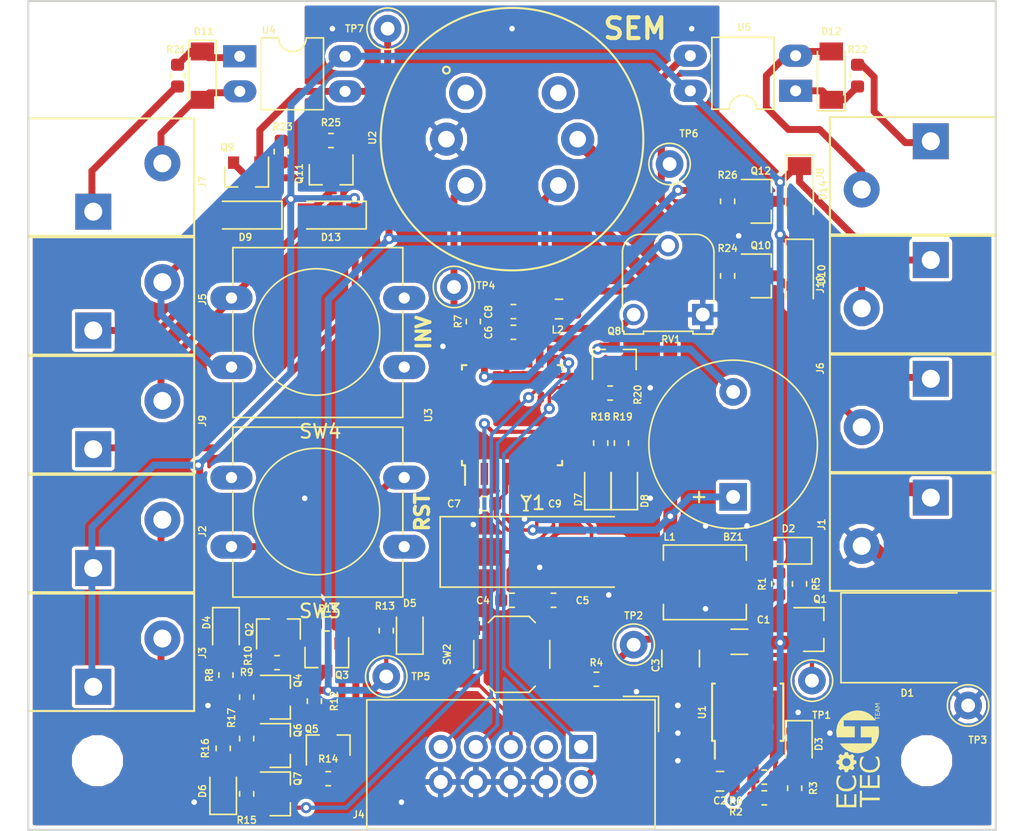
<source format=kicad_pcb>
(kicad_pcb (version 20171130) (host pcbnew 5.0.2-bee76a0~70~ubuntu18.04.1)
  (layers (0 F.Cu signal) (31 B.Cu signal) (34 B.Paste user hide) (35 F.Paste user hide) (36 B.SilkS user hide) (37 F.SilkS user) (38 B.Mask user) (39 F.Mask user hide) (44 Edge.Cuts user))
  (net 0 "")
  (net 1 /SFT_SIG)
  (net 2 GND)
  (net 3 "Net-(Q9-Pad1)")
  (net 4 /B2)
  (net 5 "Net-(D6-Pad2)")
  (net 6 /LED_R)
  (net 7 "Net-(D7-Pad2)")
  (net 8 "Net-(D8-Pad2)")
  (net 9 /LED_G)
  (net 10 /BUZZER)
  (net 11 /S_R)
  (net 12 "Net-(J7-Pad1)")
  (net 13 "Net-(D11-Pad1)")
  (net 14 "Net-(D12-Pad1)")
  (net 15 "Net-(J8-Pad1)")
  (net 16 /H2_SIG)
  (net 17 "Net-(D5-Pad2)")
  (net 18 "Net-(Q3-Pad1)")
  (net 19 "Net-(Q2-Pad3)")
  (net 20 +12V)
  (net 21 "Net-(D2-Pad2)")
  (net 22 +5V)
  (net 23 "Net-(R2-Pad1)")
  (net 24 "Net-(Q10-Pad1)")
  (net 25 "Net-(D3-Pad2)")
  (net 26 /RST)
  (net 27 "Net-(Q1-Pad1)")
  (net 28 /ADC)
  (net 29 /B1)
  (net 30 "Net-(D4-Pad2)")
  (net 31 "Net-(Q2-Pad1)")
  (net 32 "Net-(Q6-Pad2)")
  (net 33 "Net-(Q4-Pad2)")
  (net 34 "Net-(D14-Pad2)")
  (net 35 "Net-(D13-Pad2)")
  (net 36 "Net-(D10-Pad2)")
  (net 37 /INLET)
  (net 38 "Net-(BZ1-Pad2)")
  (net 39 "Net-(U1-Pad5)")
  (net 40 "Net-(L1-Pad1)")
  (net 41 "Net-(U3-Pad1)")
  (net 42 "Net-(U3-Pad2)")
  (net 43 "Net-(C4-Pad1)")
  (net 44 "Net-(C5-Pad1)")
  (net 45 "Net-(U3-Pad9)")
  (net 46 "Net-(U3-Pad10)")
  (net 47 /MOSI)
  (net 48 /MISO)
  (net 49 /SCK)
  (net 50 +5VA)
  (net 51 "Net-(U3-Pad19)")
  (net 52 "Net-(C6-Pad1)")
  (net 53 "Net-(U3-Pad22)")
  (net 54 "Net-(U3-Pad25)")
  (net 55 "Net-(U3-Pad26)")
  (net 56 "Net-(U3-Pad27)")
  (net 57 "Net-(U3-Pad28)")
  (net 58 "Net-(U3-Pad30)")
  (net 59 "Net-(U3-Pad31)")
  (net 60 "Net-(U3-Pad32)")
  (net 61 "Net-(D12-Pad2)")
  (net 62 "Net-(D11-Pad2)")
  (net 63 "Net-(J4-Pad3)")
  (net 64 "Net-(D1-Pad1)")
  (net 65 /ADC_POT)
  (module Footprints:MQ8_hydrogen_sens (layer F.Cu) (at 195 60)
    (fp_text reference U2 (at -10.1 -0.1 90) (layer F.SilkS) (effects (font (size 0.5 0.5) (thickness 0.1))))
    (fp_text value MQ-8)
    (pad 4 thru_hole circle (at 4.75 0) (size 2.4 2.4) (drill 1.2) (layers *.Cu *.Mask) (net 22 +5V))
    (pad 3 thru_hole circle (at 3.35 3.35 315) (size 2.4 2.4) (drill 1.2) (layers *.Cu *.Mask) (net 50 +5VA))
    (pad 1 thru_hole circle (at -3.35 3.35 225) (size 2.4 2.4) (drill 1.2) (layers *.Cu *.Mask) (net 28 /ADC))
    (pad 2 thru_hole circle (at -4.75 0 180) (size 2.4 2.4) (drill 1.2) (layers *.Cu *.Mask) (net 2 GND))
    (pad 1 thru_hole circle (at -3.35 -3.35 135) (size 2.4 2.4) (drill 1.2) (layers *.Cu *.Mask) (net 28 /ADC))
    (pad 3 thru_hole circle (at 3.35 -3.35 45) (size 2.4 2.4) (drill 1.2) (layers *.Cu *.Mask) (net 50 +5VA))
  )
  (module Footprints:L_HPI0530-3R3 (layer F.Cu) (at 208.951794 92.087619 180)
    (fp_text reference L1 (at 2.551794 3.287619 180) (layer F.SilkS) (effects (font (size 0.5 0.5) (thickness 0.1))))
    (fp_text value 3u3)
    (pad 2 smd rect (at 2.5 0 180) (size 2 2.8) (layers F.Cu F.Paste F.Mask) (net 22 +5V))
    (pad 1 smd rect (at -2.5 0 180) (size 2 2.8) (layers F.Cu F.Paste F.Mask) (net 40 "Net-(L1-Pad1)"))
  )
  (module Footprints:Potentiometer_Runtron_RM-065_Vertical (layer F.Cu) (at 208.8 72.7 180)
    (fp_text reference RV1 (at 2.3 -1.8 180) (layer F.SilkS) (effects (font (size 0.5 0.5) (thickness 0.1))))
    (fp_text value 10k)
    (pad 3 thru_hole circle (at 5 0 180) (size 1.55 1.55) (drill 1) (layers *.Cu *.Mask) (net 50 +5VA))
    (pad 1 thru_hole rect (at 0 0 180) (size 1.55 1.55) (drill 1) (layers *.Cu *.Mask) (net 2 GND))
    (pad 2 thru_hole circle (at 2.5 5 180) (size 1.55 1.55) (drill 1) (layers *.Cu *.Mask) (net 65 /ADC_POT))
  )
  (module Footprints:SW_PUSH-12mm (layer F.Cu) (at 187.2 89.5 180)
    (fp_text reference SW3 (at 6.08 -4.66 180) (layer F.SilkS))
    (fp_text value SW_Push)
    (pad 2 thru_hole oval (at 0 5 180) (size 3.048 1.7272) (drill 0.8128) (layers *.Cu *.Mask) (net 11 /S_R))
    (pad 1 thru_hole oval (at 0 0 180) (size 3.048 1.7272) (drill 0.8128) (layers *.Cu *.Mask) (net 18 "Net-(Q3-Pad1)"))
    (pad 2 thru_hole oval (at 12.5 5 180) (size 3.048 1.7272) (drill 0.8128) (layers *.Cu *.Mask) (net 11 /S_R))
    (pad 1 thru_hole oval (at 12.5 0 180) (size 3.048 1.7272) (drill 0.8128) (layers *.Cu *.Mask) (net 18 "Net-(Q3-Pad1)"))
  )
  (module Footprints:SW_PUSH-12mm (layer F.Cu) (at 187.2 76.5 180)
    (fp_text reference SW4 (at 6.08 -4.66 180) (layer F.SilkS))
    (fp_text value SW_Push)
    (pad 1 thru_hole oval (at 12.5 0 180) (size 3.048 1.7272) (drill 0.8128) (layers *.Cu *.Mask) (net 37 /INLET))
    (pad 2 thru_hole oval (at 12.5 5 180) (size 3.048 1.7272) (drill 0.8128) (layers *.Cu *.Mask) (net 35 "Net-(D13-Pad2)"))
    (pad 1 thru_hole oval (at 0 0 180) (size 3.048 1.7272) (drill 0.8128) (layers *.Cu *.Mask) (net 37 /INLET))
    (pad 2 thru_hole oval (at 0 5 180) (size 3.048 1.7272) (drill 0.8128) (layers *.Cu *.Mask) (net 35 "Net-(D13-Pad2)"))
  )
  (module Footprints:Crystal_SMD_HC49-SD (layer F.Cu) (at 196.500806 89.883504)
    (fp_text reference Y1 (at 0 -3.55) (layer F.SilkS))
    (fp_text value 8Mhz)
    (pad 1 smd rect (at -4.25 0) (size 4.5 2) (layers F.Cu F.Paste F.Mask) (net 43 "Net-(C4-Pad1)"))
    (pad 2 smd rect (at 4.25 0) (size 4.5 2) (layers F.Cu F.Paste F.Mask) (net 44 "Net-(C5-Pad1)"))
  )
  (module TestPoint:TestPoint_Loop_D1.80mm_Drill1.0mm_Beaded (layer F.Cu) (at 206.4 61.8)
    (fp_text reference TP6 (at 1.4 -2.2) (layer F.SilkS) (effects (font (size 0.5 0.5) (thickness 0.1))))
    (fp_text value TestPoint)
    (pad 1 thru_hole circle (at 0 0) (size 2 2) (drill 1) (layers *.Cu *.Mask) (net 24 "Net-(Q10-Pad1)"))
  )
  (module TestPoint:TestPoint_Loop_D1.80mm_Drill1.0mm_Beaded (layer F.Cu) (at 228 101)
    (fp_text reference TP3 (at 0.7 2.5) (layer F.SilkS) (effects (font (size 0.5 0.5) (thickness 0.1))))
    (fp_text value TestPoint)
    (pad 1 thru_hole circle (at 0 0) (size 2 2) (drill 1) (layers *.Cu *.Mask) (net 2 GND))
  )
  (module TestPoint:TestPoint_Loop_D1.80mm_Drill1.0mm_Beaded (layer F.Cu) (at 186 52)
    (fp_text reference TP7 (at -2.4 0) (layer F.SilkS) (effects (font (size 0.5 0.5) (thickness 0.1))))
    (fp_text value TestPoint)
    (pad 1 thru_hole circle (at 0 0) (size 2 2) (drill 1) (layers *.Cu *.Mask) (net 3 "Net-(Q9-Pad1)"))
  )
  (module TestPoint:TestPoint_Loop_D1.80mm_Drill1.0mm_Beaded (layer F.Cu) (at 185.9 98.9)
    (fp_text reference TP5 (at 2.5 0) (layer F.SilkS) (effects (font (size 0.5 0.5) (thickness 0.1))))
    (fp_text value TestPoint)
    (pad 1 thru_hole circle (at 0 0) (size 2 2) (drill 1) (layers *.Cu *.Mask) (net 1 /SFT_SIG))
  )
  (module TestPoint:TestPoint_Loop_D1.80mm_Drill1.0mm_Beaded (layer F.Cu) (at 190.8 70.7)
    (fp_text reference TP4 (at 2.3 -0.1) (layer F.SilkS) (effects (font (size 0.5 0.5) (thickness 0.1))))
    (fp_text value TestPoint)
    (pad 1 thru_hole circle (at 0 0) (size 2 2) (drill 1) (layers *.Cu *.Mask) (net 28 /ADC))
  )
  (module TestPoint:TestPoint_Loop_D1.80mm_Drill1.0mm_Beaded (layer F.Cu) (at 216.7 99.2)
    (fp_text reference TP1 (at 0.7 2.5) (layer F.SilkS) (effects (font (size 0.5 0.5) (thickness 0.1))))
    (fp_text value TestPoint)
    (pad 1 thru_hole circle (at 0 0) (size 2 2) (drill 1) (layers *.Cu *.Mask) (net 20 +12V))
  )
  (module TestPoint:TestPoint_Loop_D1.80mm_Drill1.0mm_Beaded (layer F.Cu) (at 203.8 96.6)
    (fp_text reference TP2 (at 0 -2.1) (layer F.SilkS) (effects (font (size 0.5 0.5) (thickness 0.1))))
    (fp_text value TestPoint)
    (pad 1 thru_hole circle (at 0 0) (size 2 2) (drill 1) (layers *.Cu *.Mask) (net 22 +5V))
  )
  (module MountingHole:MountingHole_3.2mm_M3 (layer F.Cu) (at 165 105)
    (fp_text reference H3 hide)
    (fp_text value MountingHole)
    (pad 1 np_thru_hole circle (at 0 0) (size 3.2 3.2) (drill 3.2) (layers *.Cu *.Mask))
  )
  (module MountingHole:MountingHole_3.2mm_M3 (layer F.Cu) (at 225 55)
    (fp_text reference H1 hide)
    (fp_text value MountingHole)
    (pad 1 np_thru_hole circle (at 0 0) (size 3.2 3.2) (drill 3.2) (layers *.Cu *.Mask))
  )
  (module MountingHole:MountingHole_3.2mm_M3 (layer F.Cu) (at 225 105)
    (fp_text reference H2 hide)
    (fp_text value MountingHole)
    (pad 1 np_thru_hole circle (at 0 0) (size 3.2 3.2) (drill 3.2) (layers *.Cu *.Mask))
  )
  (module MountingHole:MountingHole_3.2mm_M3 (layer F.Cu) (at 165 55)
    (fp_text reference H4 hide)
    (fp_text value MountingHole)
    (pad 1 np_thru_hole circle (at 0 0) (size 3.2 3.2) (drill 3.2) (layers *.Cu *.Mask))
  )
  (module LED_SMD:LED_0805_2012Metric (layer F.Cu) (at 174.1 107.2 90)
    (fp_text reference D6 (at 0 -1.5 90) (layer F.SilkS) (effects (font (size 0.5 0.5) (thickness 0.1))))
    (fp_text value GREEN)
    (pad 2 smd roundrect (at 0.9375 0 90) (size 0.975 1.4) (layers F.Cu F.Paste F.Mask) (net 5 "Net-(D6-Pad2)"))
    (pad 1 smd roundrect (at -0.9375 0 90) (size 0.975 1.4) (layers F.Cu F.Paste F.Mask) (net 2 GND))
  )
  (module Package_QFP:TQFP-32_7x7mm_P0.8mm (layer F.Cu) (at 195.000806 79.983504 90)
    (fp_text reference U3 (at 0 -6.05 90) (layer F.SilkS) (effects (font (size 0.5 0.5) (thickness 0.1))))
    (fp_text value ATmega8A-AU)
    (pad 32 smd rect (at -2.8 -4.25 180) (size 1.6 0.55) (layers F.Cu F.Paste F.Mask) (net 60 "Net-(U3-Pad32)"))
    (pad 31 smd rect (at -2 -4.25 180) (size 1.6 0.55) (layers F.Cu F.Paste F.Mask) (net 59 "Net-(U3-Pad31)"))
    (pad 30 smd rect (at -1.2 -4.25 180) (size 1.6 0.55) (layers F.Cu F.Paste F.Mask) (net 58 "Net-(U3-Pad30)"))
    (pad 29 smd rect (at -0.4 -4.25 180) (size 1.6 0.55) (layers F.Cu F.Paste F.Mask) (net 26 /RST))
    (pad 28 smd rect (at 0.4 -4.25 180) (size 1.6 0.55) (layers F.Cu F.Paste F.Mask) (net 57 "Net-(U3-Pad28)"))
    (pad 27 smd rect (at 1.2 -4.25 180) (size 1.6 0.55) (layers F.Cu F.Paste F.Mask) (net 56 "Net-(U3-Pad27)"))
    (pad 26 smd rect (at 2 -4.25 180) (size 1.6 0.55) (layers F.Cu F.Paste F.Mask) (net 55 "Net-(U3-Pad26)"))
    (pad 25 smd rect (at 2.8 -4.25 180) (size 1.6 0.55) (layers F.Cu F.Paste F.Mask) (net 54 "Net-(U3-Pad25)"))
    (pad 24 smd rect (at 4.25 -2.8 90) (size 1.6 0.55) (layers F.Cu F.Paste F.Mask) (net 28 /ADC))
    (pad 23 smd rect (at 4.25 -2 90) (size 1.6 0.55) (layers F.Cu F.Paste F.Mask) (net 65 /ADC_POT))
    (pad 22 smd rect (at 4.25 -1.2 90) (size 1.6 0.55) (layers F.Cu F.Paste F.Mask) (net 53 "Net-(U3-Pad22)"))
    (pad 21 smd rect (at 4.25 -0.4 90) (size 1.6 0.55) (layers F.Cu F.Paste F.Mask) (net 2 GND))
    (pad 20 smd rect (at 4.25 0.4 90) (size 1.6 0.55) (layers F.Cu F.Paste F.Mask) (net 52 "Net-(C6-Pad1)"))
    (pad 19 smd rect (at 4.25 1.2 90) (size 1.6 0.55) (layers F.Cu F.Paste F.Mask) (net 51 "Net-(U3-Pad19)"))
    (pad 18 smd rect (at 4.25 2 90) (size 1.6 0.55) (layers F.Cu F.Paste F.Mask) (net 50 +5VA))
    (pad 17 smd rect (at 4.25 2.8 90) (size 1.6 0.55) (layers F.Cu F.Paste F.Mask) (net 49 /SCK))
    (pad 16 smd rect (at 2.8 4.25 180) (size 1.6 0.55) (layers F.Cu F.Paste F.Mask) (net 48 /MISO))
    (pad 15 smd rect (at 2 4.25 180) (size 1.6 0.55) (layers F.Cu F.Paste F.Mask) (net 47 /MOSI))
    (pad 14 smd rect (at 1.2 4.25 180) (size 1.6 0.55) (layers F.Cu F.Paste F.Mask) (net 10 /BUZZER))
    (pad 13 smd rect (at 0.4 4.25 180) (size 1.6 0.55) (layers F.Cu F.Paste F.Mask) (net 9 /LED_G))
    (pad 12 smd rect (at -0.4 4.25 180) (size 1.6 0.55) (layers F.Cu F.Paste F.Mask) (net 6 /LED_R))
    (pad 11 smd rect (at -1.2 4.25 180) (size 1.6 0.55) (layers F.Cu F.Paste F.Mask) (net 16 /H2_SIG))
    (pad 10 smd rect (at -2 4.25 180) (size 1.6 0.55) (layers F.Cu F.Paste F.Mask) (net 46 "Net-(U3-Pad10)"))
    (pad 9 smd rect (at -2.8 4.25 180) (size 1.6 0.55) (layers F.Cu F.Paste F.Mask) (net 45 "Net-(U3-Pad9)"))
    (pad 8 smd rect (at -4.25 2.8 90) (size 1.6 0.55) (layers F.Cu F.Paste F.Mask) (net 44 "Net-(C5-Pad1)"))
    (pad 7 smd rect (at -4.25 2 90) (size 1.6 0.55) (layers F.Cu F.Paste F.Mask) (net 43 "Net-(C4-Pad1)"))
    (pad 6 smd rect (at -4.25 1.2 90) (size 1.6 0.55) (layers F.Cu F.Paste F.Mask) (net 22 +5V))
    (pad 5 smd rect (at -4.25 0.4 90) (size 1.6 0.55) (layers F.Cu F.Paste F.Mask) (net 2 GND))
    (pad 4 smd rect (at -4.25 -0.4 90) (size 1.6 0.55) (layers F.Cu F.Paste F.Mask) (net 22 +5V))
    (pad 3 smd rect (at -4.25 -1.2 90) (size 1.6 0.55) (layers F.Cu F.Paste F.Mask) (net 2 GND))
    (pad 2 smd rect (at -4.25 -2 90) (size 1.6 0.55) (layers F.Cu F.Paste F.Mask) (net 42 "Net-(U3-Pad2)"))
    (pad 1 smd rect (at -4.25 -2.8 90) (size 1.6 0.55) (layers F.Cu F.Paste F.Mask) (net 41 "Net-(U3-Pad1)"))
  )
  (module Footprints:TerminalBlock_DG250_02P (layer F.Cu) (at 160 92.8 90)
    (fp_text reference J2 (at 4.4 12.6 90) (layer F.SilkS) (effects (font (size 0.5 0.5) (thickness 0.1))))
    (fp_text value Screw_Terminal_01x02 hide)
    (pad 1 thru_hole rect (at 1.75 4.7 90) (size 2.6 2.6) (drill 1.3) (layers *.Cu *.Mask) (net 20 +12V))
    (pad 2 thru_hole circle (at 5.25 9.7 90) (size 2.6 2.6) (drill 1.3) (layers *.Cu *.Mask) (net 29 /B1))
  )
  (module Resistor_SMD:R_0603_1608Metric (layer F.Cu) (at 170.8 55.4 270)
    (fp_text reference R21 (at -1.9 0.1 180) (layer F.SilkS) (effects (font (size 0.5 0.5) (thickness 0.1))))
    (fp_text value 2k)
    (pad 2 smd roundrect (at 0.7875 0 270) (size 0.875 0.95) (layers F.Cu F.Paste F.Mask) (net 12 "Net-(J7-Pad1)"))
    (pad 1 smd roundrect (at -0.7875 0 270) (size 0.875 0.95) (layers F.Cu F.Paste F.Mask) (net 13 "Net-(D11-Pad1)"))
  )
  (module Package_DIP:DIP-4_W7.62mm_LongPads (layer F.Cu) (at 175.3 54)
    (fp_text reference U4 (at 2.1 -1.9) (layer F.SilkS) (effects (font (size 0.5 0.5) (thickness 0.1))))
    (fp_text value LTV-817S)
    (pad 4 thru_hole oval (at 7.62 0) (size 2.4 1.6) (drill 0.8) (layers *.Cu *.Mask) (net 20 +12V))
    (pad 2 thru_hole oval (at 0 2.54) (size 2.4 1.6) (drill 0.8) (layers *.Cu *.Mask) (net 62 "Net-(D11-Pad2)"))
    (pad 3 thru_hole oval (at 7.62 2.54) (size 2.4 1.6) (drill 0.8) (layers *.Cu *.Mask) (net 3 "Net-(Q9-Pad1)"))
    (pad 1 thru_hole rect (at 0 0) (size 2.4 1.6) (drill 0.8) (layers *.Cu *.Mask) (net 13 "Net-(D11-Pad1)"))
  )
  (module Footprints:TerminalBlock_DG250_02P (layer F.Cu) (at 230 84.2 270)
    (fp_text reference J1 (at 3.7 12.6 270) (layer F.SilkS) (effects (font (size 0.5 0.5) (thickness 0.1))))
    (fp_text value Screw_Terminal_01x02 hide)
    (pad 1 thru_hole rect (at 1.75 4.7 270) (size 2.6 2.6) (drill 1.3) (layers *.Cu *.Mask) (net 64 "Net-(D1-Pad1)"))
    (pad 2 thru_hole circle (at 5.25 9.7 270) (size 2.6 2.6) (drill 1.3) (layers *.Cu *.Mask) (net 2 GND))
  )
  (module Buzzer_Beeper:Buzzer_12x9.5RM7.6 (layer F.Cu) (at 211 85.9 90)
    (fp_text reference BZ1 (at -2.9 0 180) (layer F.SilkS) (effects (font (size 0.5 0.5) (thickness 0.1))))
    (fp_text value Buzzer)
    (fp_text user + (at -0.01 -2.54 90) (layer F.SilkS))
    (pad 2 thru_hole circle (at 7.6 0 90) (size 2 2) (drill 1) (layers *.Cu *.Mask) (net 38 "Net-(BZ1-Pad2)"))
    (pad 1 thru_hole rect (at 0 0 90) (size 2 2) (drill 1) (layers *.Cu *.Mask) (net 22 +5V))
  )
  (module Connector_IDC:IDC-Header_2x05_P2.54mm_Vertical (layer F.Cu) (at 200 104 270)
    (fp_text reference J4 (at 4.9 16.1) (layer F.SilkS) (effects (font (size 0.5 0.5) (thickness 0.1))))
    (fp_text value AVR-ISP-10)
    (pad 10 thru_hole oval (at 2.54 10.16 270) (size 1.7272 1.7272) (drill 1.016) (layers *.Cu *.Mask) (net 2 GND))
    (pad 9 thru_hole oval (at 0 10.16 270) (size 1.7272 1.7272) (drill 1.016) (layers *.Cu *.Mask) (net 48 /MISO))
    (pad 8 thru_hole oval (at 2.54 7.62 270) (size 1.7272 1.7272) (drill 1.016) (layers *.Cu *.Mask) (net 2 GND))
    (pad 7 thru_hole oval (at 0 7.62 270) (size 1.7272 1.7272) (drill 1.016) (layers *.Cu *.Mask) (net 49 /SCK))
    (pad 6 thru_hole oval (at 2.54 5.08 270) (size 1.7272 1.7272) (drill 1.016) (layers *.Cu *.Mask) (net 2 GND))
    (pad 5 thru_hole oval (at 0 5.08 270) (size 1.7272 1.7272) (drill 1.016) (layers *.Cu *.Mask) (net 26 /RST))
    (pad 4 thru_hole oval (at 2.54 2.54 270) (size 1.7272 1.7272) (drill 1.016) (layers *.Cu *.Mask) (net 2 GND))
    (pad 3 thru_hole oval (at 0 2.54 270) (size 1.7272 1.7272) (drill 1.016) (layers *.Cu *.Mask) (net 63 "Net-(J4-Pad3)"))
    (pad 2 thru_hole oval (at 2.54 0 270) (size 1.7272 1.7272) (drill 1.016) (layers *.Cu *.Mask) (net 22 +5V))
    (pad 1 thru_hole rect (at 0 0 270) (size 1.7272 1.7272) (drill 1.016) (layers *.Cu *.Mask) (net 47 /MOSI))
  )
  (module Capacitor_SMD:C_1210_3225Metric (layer F.Cu) (at 207.2 97.6 270)
    (fp_text reference C3 (at 0.5 1.8 270) (layer F.SilkS) (effects (font (size 0.5 0.5) (thickness 0.1))))
    (fp_text value 22u)
    (pad 2 smd roundrect (at 1.4 0 270) (size 1.25 2.65) (layers F.Cu F.Paste F.Mask) (roundrect_rratio 0.2) (net 2 GND))
    (pad 1 smd roundrect (at -1.4 0 270) (size 1.25 2.65) (layers F.Cu F.Paste F.Mask) (roundrect_rratio 0.2) (net 22 +5V))
  )
  (module Capacitor_SMD:C_0805_2012Metric (layer F.Cu) (at 210.051794 106.487619 180)
    (fp_text reference C2 (at 0 -1.412381 180) (layer F.SilkS) (effects (font (size 0.5 0.5) (thickness 0.1))))
    (fp_text value 4u7)
    (pad 2 smd roundrect (at 0.9375 0 180) (size 0.975 1.4) (layers F.Cu F.Paste F.Mask) (net 2 GND))
    (pad 1 smd roundrect (at -0.9375 0 180) (size 0.975 1.4) (layers F.Cu F.Paste F.Mask) (net 20 +12V))
  )
  (module Capacitor_SMD:C_1206_3216Metric (layer F.Cu) (at 211.451794 96.387619 180)
    (fp_text reference C1 (at -1.748206 1.587619 180) (layer F.SilkS) (effects (font (size 0.5 0.5) (thickness 0.1))))
    (fp_text value 10u)
    (pad 2 smd roundrect (at 1.4 0 180) (size 1.25 1.75) (layers F.Cu F.Paste F.Mask) (roundrect_rratio 0.2) (net 2 GND))
    (pad 1 smd roundrect (at -1.4 0 180) (size 1.25 1.75) (layers F.Cu F.Paste F.Mask) (roundrect_rratio 0.2) (net 20 +12V))
  )
  (module Inductor_SMD:L_0805_2012Metric_Pad1.15x1.40mm_HandSolder (layer F.Cu) (at 198.4 72.3 180)
    (fp_text reference L2 (at 0.1 -1.5 180) (layer F.SilkS) (effects (font (size 0.5 0.5) (thickness 0.1))))
    (fp_text value 10u)
    (pad 2 smd roundrect (at 1.025 0 180) (size 1.15 1.4) (layers F.Cu F.Paste F.Mask) (roundrect_rratio 0.217391) (net 50 +5VA))
    (pad 1 smd roundrect (at -1.025 0 180) (size 1.15 1.4) (layers F.Cu F.Paste F.Mask) (roundrect_rratio 0.217391) (net 22 +5V))
  )
  (module Capacitor_SMD:C_0603_1608Metric (layer F.Cu) (at 196.000806 86.383504 180)
    (fp_text reference C9 (at -2.099194 -0.016496 180) (layer F.SilkS) (effects (font (size 0.5 0.5) (thickness 0.1))))
    (fp_text value 100n)
    (pad 2 smd roundrect (at 0.7875 0 180) (size 0.875 0.95) (layers F.Cu F.Paste F.Mask) (net 2 GND))
    (pad 1 smd roundrect (at -0.7875 0 180) (size 0.875 0.95) (layers F.Cu F.Paste F.Mask) (net 22 +5V))
  )
  (module Button_Switch_SMD:SW_SPST_TL3342 (layer F.Cu) (at 194.983504 97.299194)
    (fp_text reference SW2 (at -4.683504 0.000806 90) (layer F.SilkS) (effects (font (size 0.5 0.5) (thickness 0.1))))
    (fp_text value SW_Push)
    (pad 2 smd rect (at 3.15 1.9) (size 1.7 1) (layers F.Cu F.Paste F.Mask) (net 26 /RST))
    (pad 2 smd rect (at -3.15 1.9) (size 1.7 1) (layers F.Cu F.Paste F.Mask) (net 26 /RST))
    (pad 1 smd rect (at 3.15 -1.9) (size 1.7 1) (layers F.Cu F.Paste F.Mask) (net 2 GND))
    (pad 1 smd rect (at -3.15 -1.9) (size 1.7 1) (layers F.Cu F.Paste F.Mask) (net 2 GND))
  )
  (module Capacitor_SMD:C_0603_1608Metric (layer F.Cu) (at 193.000806 86.383504 180)
    (fp_text reference C7 (at 2.200806 -0.016496 180) (layer F.SilkS) (effects (font (size 0.5 0.5) (thickness 0.1))))
    (fp_text value 100n)
    (pad 2 smd roundrect (at 0.7875 0 180) (size 0.875 0.95) (layers F.Cu F.Paste F.Mask) (net 2 GND))
    (pad 1 smd roundrect (at -0.7875 0 180) (size 0.875 0.95) (layers F.Cu F.Paste F.Mask) (net 22 +5V))
  )
  (module Capacitor_SMD:C_0603_1608Metric (layer F.Cu) (at 195.100806 73.983504 180)
    (fp_text reference C6 (at 1.800806 -0.016496 270) (layer F.SilkS) (effects (font (size 0.5 0.5) (thickness 0.1))))
    (fp_text value 100n)
    (pad 2 smd roundrect (at 0.7875 0 180) (size 0.875 0.95) (layers F.Cu F.Paste F.Mask) (net 2 GND))
    (pad 1 smd roundrect (at -0.7875 0 180) (size 0.875 0.95) (layers F.Cu F.Paste F.Mask) (net 52 "Net-(C6-Pad1)"))
  )
  (module Capacitor_SMD:C_0603_1608Metric (layer F.Cu) (at 198.000806 93.383504 180)
    (fp_text reference C5 (at -2.099194 -0.016496 180) (layer F.SilkS) (effects (font (size 0.5 0.5) (thickness 0.1))))
    (fp_text value 12p)
    (pad 2 smd roundrect (at 0.7875 0 180) (size 0.875 0.95) (layers F.Cu F.Paste F.Mask) (net 2 GND))
    (pad 1 smd roundrect (at -0.7875 0 180) (size 0.875 0.95) (layers F.Cu F.Paste F.Mask) (net 44 "Net-(C5-Pad1)"))
  )
  (module Capacitor_SMD:C_0603_1608Metric (layer F.Cu) (at 195.000806 93.383504)
    (fp_text reference C4 (at -2.100806 0.016496) (layer F.SilkS) (effects (font (size 0.5 0.5) (thickness 0.1))))
    (fp_text value 12p)
    (pad 2 smd roundrect (at 0.7875 0) (size 0.875 0.95) (layers F.Cu F.Paste F.Mask) (net 2 GND))
    (pad 1 smd roundrect (at -0.7875 0) (size 0.875 0.95) (layers F.Cu F.Paste F.Mask) (net 43 "Net-(C4-Pad1)"))
  )
  (module Capacitor_SMD:C_0603_1608Metric (layer F.Cu) (at 195.100806 72.483504 180)
    (fp_text reference C8 (at 1.800806 -0.016496 270) (layer F.SilkS) (effects (font (size 0.5 0.5) (thickness 0.1))))
    (fp_text value 100n)
    (pad 2 smd roundrect (at 0.7875 0 180) (size 0.875 0.95) (layers F.Cu F.Paste F.Mask) (net 2 GND))
    (pad 1 smd roundrect (at -0.7875 0 180) (size 0.875 0.95) (layers F.Cu F.Paste F.Mask) (net 50 +5VA))
  )
  (module Diode_SMD:D_MiniMELF (layer F.Cu) (at 172.6 55.4 270)
    (fp_text reference D11 (at -3.2 -0.1 180) (layer F.SilkS) (effects (font (size 0.5 0.5) (thickness 0.1))))
    (fp_text value D_ALT)
    (pad 2 smd rect (at 1.75 0 270) (size 1.3 1.7) (layers F.Cu F.Paste F.Mask) (net 62 "Net-(D11-Pad2)"))
    (pad 1 smd rect (at -1.75 0 270) (size 1.3 1.7) (layers F.Cu F.Paste F.Mask) (net 13 "Net-(D11-Pad1)"))
  )
  (module Diode_SMD:D_MiniMELF (layer F.Cu) (at 215.8 63.7 270)
    (fp_text reference D14 (at 0 -1.7 270) (layer F.SilkS) (effects (font (size 0.5 0.5) (thickness 0.1))))
    (fp_text value D_ALT)
    (pad 2 smd rect (at 1.75 0 270) (size 1.3 1.7) (layers F.Cu F.Paste F.Mask) (net 34 "Net-(D14-Pad2)"))
    (pad 1 smd rect (at -1.75 0 270) (size 1.3 1.7) (layers F.Cu F.Paste F.Mask) (net 20 +12V))
  )
  (module Diode_SMD:D_MiniMELF (layer F.Cu) (at 181.9 65.5 180)
    (fp_text reference D13 (at 0 -1.6 180) (layer F.SilkS) (effects (font (size 0.5 0.5) (thickness 0.1))))
    (fp_text value D_ALT)
    (pad 2 smd rect (at 1.75 0 180) (size 1.3 1.7) (layers F.Cu F.Paste F.Mask) (net 35 "Net-(D13-Pad2)"))
    (pad 1 smd rect (at -1.75 0 180) (size 1.3 1.7) (layers F.Cu F.Paste F.Mask) (net 20 +12V))
  )
  (module Diode_SMD:D_MiniMELF (layer F.Cu) (at 218.1 55.4 90)
    (fp_text reference D12 (at 3.2 0 180) (layer F.SilkS) (effects (font (size 0.5 0.5) (thickness 0.1))))
    (fp_text value D_ALT)
    (pad 2 smd rect (at 1.75 0 90) (size 1.3 1.7) (layers F.Cu F.Paste F.Mask) (net 61 "Net-(D12-Pad2)"))
    (pad 1 smd rect (at -1.75 0 90) (size 1.3 1.7) (layers F.Cu F.Paste F.Mask) (net 14 "Net-(D12-Pad1)"))
  )
  (module Diode_SMD:D_MiniMELF (layer F.Cu) (at 215.8 69.8 270)
    (fp_text reference D10 (at 0 -1.6 90) (layer F.SilkS) (effects (font (size 0.5 0.5) (thickness 0.1))))
    (fp_text value D_ALT)
    (pad 2 smd rect (at 1.75 0 270) (size 1.3 1.7) (layers F.Cu F.Paste F.Mask) (net 36 "Net-(D10-Pad2)"))
    (pad 1 smd rect (at -1.75 0 270) (size 1.3 1.7) (layers F.Cu F.Paste F.Mask) (net 20 +12V))
  )
  (module Diode_SMD:D_MiniMELF (layer F.Cu) (at 175.8 65.5 180)
    (fp_text reference D9 (at 0.1 -1.6 180) (layer F.SilkS) (effects (font (size 0.5 0.5) (thickness 0.1))))
    (fp_text value D_ALT)
    (pad 2 smd rect (at 1.75 0 180) (size 1.3 1.7) (layers F.Cu F.Paste F.Mask) (net 37 /INLET))
    (pad 1 smd rect (at -1.75 0 180) (size 1.3 1.7) (layers F.Cu F.Paste F.Mask) (net 20 +12V))
  )
  (module Diode_SMD:D_SMC (layer F.Cu) (at 223.6 96.1)
    (fp_text reference D1 (at 0 4) (layer F.SilkS) (effects (font (size 0.5 0.5) (thickness 0.1))))
    (fp_text value D_TVS_ALT)
    (pad 2 smd rect (at 3.4 0 90) (size 3.3 2.5) (layers F.Cu F.Paste F.Mask) (net 2 GND))
    (pad 1 smd rect (at -3.4 0 90) (size 3.3 2.5) (layers F.Cu F.Paste F.Mask) (net 64 "Net-(D1-Pad1)"))
  )
  (module Footprints:TerminalBlock_DG250_02P (layer F.Cu) (at 160 101.4 90)
    (fp_text reference J3 (at 4.2 12.6 90) (layer F.SilkS) (effects (font (size 0.5 0.5) (thickness 0.1))))
    (fp_text value Screw_Terminal_01x02 hide)
    (pad 1 thru_hole rect (at 1.75 4.7 90) (size 2.6 2.6) (drill 1.3) (layers *.Cu *.Mask) (net 20 +12V))
    (pad 2 thru_hole circle (at 5.25 9.7 90) (size 2.6 2.6) (drill 1.3) (layers *.Cu *.Mask) (net 4 /B2))
  )
  (module Footprints:TerminalBlock_DG250_02P (layer F.Cu) (at 160 75.6 90)
    (fp_text reference J5 (at 4 12.6 90) (layer F.SilkS) (effects (font (size 0.5 0.5) (thickness 0.1))))
    (fp_text value Screw_Terminal_01x02 hide)
    (pad 1 thru_hole rect (at 1.75 4.7 90) (size 2.6 2.6) (drill 1.3) (layers *.Cu *.Mask) (net 20 +12V))
    (pad 2 thru_hole circle (at 5.25 9.7 90) (size 2.6 2.6) (drill 1.3) (layers *.Cu *.Mask) (net 37 /INLET))
  )
  (module Footprints:TerminalBlock_DG250_02P (layer F.Cu) (at 160 67 90)
    (fp_text reference J7 (at 3.9 12.6 90) (layer F.SilkS) (effects (font (size 0.5 0.5) (thickness 0.1))))
    (fp_text value Screw_Terminal_01x02 hide)
    (pad 1 thru_hole rect (at 1.75 4.7 90) (size 2.6 2.6) (drill 1.3) (layers *.Cu *.Mask) (net 12 "Net-(J7-Pad1)"))
    (pad 2 thru_hole circle (at 5.25 9.7 90) (size 2.6 2.6) (drill 1.3) (layers *.Cu *.Mask) (net 62 "Net-(D11-Pad2)"))
  )
  (module Footprints:TerminalBlock_DG250_02P (layer F.Cu) (at 230 58.4 270)
    (fp_text reference J8 (at 4.1 12.7 270) (layer F.SilkS) (effects (font (size 0.5 0.5) (thickness 0.1))))
    (fp_text value Screw_Terminal_01x02 hide)
    (pad 1 thru_hole rect (at 1.75 4.7 270) (size 2.6 2.6) (drill 1.3) (layers *.Cu *.Mask) (net 15 "Net-(J8-Pad1)"))
    (pad 2 thru_hole circle (at 5.25 9.7 270) (size 2.6 2.6) (drill 1.3) (layers *.Cu *.Mask) (net 61 "Net-(D12-Pad2)"))
  )
  (module Footprints:TerminalBlock_DG250_02P (layer F.Cu) (at 160 84.2 90)
    (fp_text reference J9 (at 3.8 12.6 90) (layer F.SilkS) (effects (font (size 0.5 0.5) (thickness 0.1))))
    (fp_text value Screw_Terminal_01x02 hide)
    (pad 1 thru_hole rect (at 1.75 4.7 90) (size 2.6 2.6) (drill 1.3) (layers *.Cu *.Mask) (net 20 +12V))
    (pad 2 thru_hole circle (at 5.25 9.7 90) (size 2.6 2.6) (drill 1.3) (layers *.Cu *.Mask) (net 35 "Net-(D13-Pad2)"))
  )
  (module Footprints:TerminalBlock_DG250_02P (layer F.Cu) (at 230 67 270)
    (fp_text reference J10 (at 3.5 12.7 270) (layer F.SilkS) (effects (font (size 0.5 0.5) (thickness 0.1))))
    (fp_text value Screw_Terminal_01x02 hide)
    (pad 1 thru_hole rect (at 1.75 4.7 270) (size 2.6 2.6) (drill 1.3) (layers *.Cu *.Mask) (net 20 +12V))
    (pad 2 thru_hole circle (at 5.25 9.7 270) (size 2.6 2.6) (drill 1.3) (layers *.Cu *.Mask) (net 34 "Net-(D14-Pad2)"))
  )
  (module Footprints:TerminalBlock_DG250_02P (layer F.Cu) (at 230 75.6 270)
    (fp_text reference J6 (at 1 12.7 270) (layer F.SilkS) (effects (font (size 0.5 0.5) (thickness 0.1))))
    (fp_text value Screw_Terminal_01x02 hide)
    (pad 1 thru_hole rect (at 1.75 4.7 270) (size 2.6 2.6) (drill 1.3) (layers *.Cu *.Mask) (net 20 +12V))
    (pad 2 thru_hole circle (at 5.25 9.7 270) (size 2.6 2.6) (drill 1.3) (layers *.Cu *.Mask) (net 36 "Net-(D10-Pad2)"))
  )
  (module LED_SMD:LED_0805_2012Metric (layer F.Cu) (at 201.216496 85.138306 90)
    (fp_text reference D7 (at -0.961694 -1.416496 90) (layer F.SilkS) (effects (font (size 0.5 0.5) (thickness 0.1))))
    (fp_text value RED)
    (pad 2 smd roundrect (at 0.9375 0 90) (size 0.975 1.4) (layers F.Cu F.Paste F.Mask) (net 7 "Net-(D7-Pad2)"))
    (pad 1 smd roundrect (at -0.9375 0 90) (size 0.975 1.4) (layers F.Cu F.Paste F.Mask) (net 2 GND))
  )
  (module LED_SMD:LED_0805_2012Metric (layer F.Cu) (at 187.6 95.6 90)
    (fp_text reference D5 (at 2 0 180) (layer F.SilkS) (effects (font (size 0.5 0.5) (thickness 0.1))))
    (fp_text value GREEN)
    (pad 2 smd roundrect (at 0.9375 0 90) (size 0.975 1.4) (layers F.Cu F.Paste F.Mask) (net 17 "Net-(D5-Pad2)"))
    (pad 1 smd roundrect (at -0.9375 0 90) (size 0.975 1.4) (layers F.Cu F.Paste F.Mask) (net 2 GND))
  )
  (module LED_SMD:LED_0805_2012Metric (layer F.Cu) (at 203.116496 85.138306 90)
    (fp_text reference D8 (at -1.061694 1.483504 90) (layer F.SilkS) (effects (font (size 0.5 0.5) (thickness 0.1))))
    (fp_text value GREEN)
    (pad 2 smd roundrect (at 0.9375 0 90) (size 0.975 1.4) (layers F.Cu F.Paste F.Mask) (net 8 "Net-(D8-Pad2)"))
    (pad 1 smd roundrect (at -0.9375 0 90) (size 0.975 1.4) (layers F.Cu F.Paste F.Mask) (net 2 GND))
  )
  (module LED_SMD:LED_0805_2012Metric (layer F.Cu) (at 215 89.8 180)
    (fp_text reference D2 (at 0 1.6 180) (layer F.SilkS) (effects (font (size 0.5 0.5) (thickness 0.1))))
    (fp_text value GREEN)
    (pad 2 smd roundrect (at 0.9375 0 180) (size 0.975 1.4) (layers F.Cu F.Paste F.Mask) (net 21 "Net-(D2-Pad2)"))
    (pad 1 smd roundrect (at -0.9375 0 180) (size 0.975 1.4) (layers F.Cu F.Paste F.Mask) (net 2 GND))
  )
  (module LED_SMD:LED_0805_2012Metric (layer F.Cu) (at 215.751794 103.787619 270)
    (fp_text reference D3 (at 0.012381 -1.448206 270) (layer F.SilkS) (effects (font (size 0.5 0.5) (thickness 0.1))))
    (fp_text value GREEN)
    (pad 2 smd roundrect (at 0.9375 0 270) (size 0.975 1.4) (layers F.Cu F.Paste F.Mask) (net 25 "Net-(D3-Pad2)"))
    (pad 1 smd roundrect (at -0.9375 0 270) (size 0.975 1.4) (layers F.Cu F.Paste F.Mask) (net 2 GND))
  )
  (module LED_SMD:LED_0805_2012Metric (layer F.Cu) (at 174.3 95.6 270)
    (fp_text reference D4 (at -0.6 1.4 270) (layer F.SilkS) (effects (font (size 0.5 0.5) (thickness 0.1))))
    (fp_text value GREEN)
    (pad 2 smd roundrect (at 0.9375 0 270) (size 0.975 1.4) (layers F.Cu F.Paste F.Mask) (net 30 "Net-(D4-Pad2)"))
    (pad 1 smd roundrect (at -0.9375 0 270) (size 0.975 1.4) (layers F.Cu F.Paste F.Mask) (net 2 GND))
  )
  (module Package_DIP:DIP-4_W7.62mm_LongPads (layer F.Cu) (at 215.52 56.5 180)
    (fp_text reference U5 (at 3.72 4.6 180) (layer F.SilkS) (effects (font (size 0.5 0.5) (thickness 0.1))))
    (fp_text value LTV-817S)
    (pad 4 thru_hole oval (at 7.62 0 180) (size 2.4 1.6) (drill 0.8) (layers *.Cu *.Mask) (net 20 +12V))
    (pad 2 thru_hole oval (at 0 2.54 180) (size 2.4 1.6) (drill 0.8) (layers *.Cu *.Mask) (net 61 "Net-(D12-Pad2)"))
    (pad 3 thru_hole oval (at 7.62 2.54 180) (size 2.4 1.6) (drill 0.8) (layers *.Cu *.Mask) (net 24 "Net-(Q10-Pad1)"))
    (pad 1 thru_hole rect (at 0 0 180) (size 2.4 1.6) (drill 0.8) (layers *.Cu *.Mask) (net 14 "Net-(D12-Pad1)"))
  )
  (module Package_SO:TI_SO-PowerPAD-8 (layer F.Cu) (at 212.051794 101.487619 90)
    (fp_text reference U1 (at 0 -3.3 90) (layer F.SilkS) (effects (font (size 0.5 0.5) (thickness 0.1))))
    (fp_text value ST1S10PHR)
    (pad 9 smd rect (at -0.6025 -0.775 90) (size 1.205 1.55) (layers F.Cu F.Paste F.Mask) (net 2 GND))
    (pad 9 smd rect (at -0.6025 0.775 90) (size 1.205 1.55) (layers F.Cu F.Paste F.Mask) (net 2 GND))
    (pad 9 smd rect (at 0.6025 -0.775 90) (size 1.205 1.55) (layers F.Cu F.Paste F.Mask) (net 2 GND))
    (pad 9 smd rect (at 0.6025 0.775 90) (size 1.205 1.55) (layers F.Cu F.Paste F.Mask) (net 2 GND))
    (pad 8 smd rect (at 2.78 -1.905 90) (size 1.91 0.61) (layers F.Cu F.Paste F.Mask) (net 2 GND))
    (pad 7 smd rect (at 2.78 -0.635 90) (size 1.91 0.61) (layers F.Cu F.Paste F.Mask) (net 40 "Net-(L1-Pad1)"))
    (pad 6 smd rect (at 2.78 0.635 90) (size 1.91 0.61) (layers F.Cu F.Paste F.Mask) (net 20 +12V))
    (pad 5 smd rect (at 2.78 1.905 90) (size 1.91 0.61) (layers F.Cu F.Paste F.Mask) (net 39 "Net-(U1-Pad5)"))
    (pad 4 smd rect (at -2.78 1.905 90) (size 1.91 0.61) (layers F.Cu F.Paste F.Mask) (net 2 GND))
    (pad 3 smd rect (at -2.78 0.635 90) (size 1.91 0.61) (layers F.Cu F.Paste F.Mask) (net 23 "Net-(R2-Pad1)"))
    (pad 2 smd rect (at -2.78 -0.635 90) (size 1.91 0.61) (layers F.Cu F.Paste F.Mask) (net 20 +12V))
    (pad 1 smd rect (at -2.78 -1.905 90) (size 1.91 0.61) (layers F.Cu F.Paste F.Mask) (net 20 +12V))
  )
  (module Package_TO_SOT_SMD:SOT-23 (layer F.Cu) (at 178.2 100.4)
    (fp_text reference Q4 (at 1.3 -1.2 270) (layer F.SilkS) (effects (font (size 0.5 0.5) (thickness 0.1))))
    (fp_text value Q_NMOS_GSD)
    (pad 3 smd rect (at 1 0) (size 0.9 0.8) (layers F.Cu F.Paste F.Mask) (net 31 "Net-(Q2-Pad1)"))
    (pad 2 smd rect (at -1 0.95) (size 0.9 0.8) (layers F.Cu F.Paste F.Mask) (net 33 "Net-(Q4-Pad2)"))
    (pad 1 smd rect (at -1 -0.95) (size 0.9 0.8) (layers F.Cu F.Paste F.Mask) (net 29 /B1))
  )
  (module Package_TO_SOT_SMD:SOT-23 (layer F.Cu) (at 181.7 103.9 90)
    (fp_text reference Q5 (at 1.2 -1.2 180) (layer F.SilkS) (effects (font (size 0.5 0.5) (thickness 0.1))))
    (fp_text value Q_NMOS_GSD)
    (pad 3 smd rect (at 1 0 90) (size 0.9 0.8) (layers F.Cu F.Paste F.Mask) (net 18 "Net-(Q3-Pad1)"))
    (pad 2 smd rect (at -1 0.95 90) (size 0.9 0.8) (layers F.Cu F.Paste F.Mask) (net 2 GND))
    (pad 1 smd rect (at -1 -0.95 90) (size 0.9 0.8) (layers F.Cu F.Paste F.Mask) (net 11 /S_R))
  )
  (module Package_TO_SOT_SMD:SOT-23 (layer F.Cu) (at 181.6 97.5 270)
    (fp_text reference Q3 (at 1.3 -1.1) (layer F.SilkS) (effects (font (size 0.5 0.5) (thickness 0.1))))
    (fp_text value Q_PMOS_GSD)
    (pad 3 smd rect (at 1 0 270) (size 0.9 0.8) (layers F.Cu F.Paste F.Mask) (net 1 /SFT_SIG))
    (pad 2 smd rect (at -1 0.95 270) (size 0.9 0.8) (layers F.Cu F.Paste F.Mask) (net 19 "Net-(Q2-Pad3)"))
    (pad 1 smd rect (at -1 -0.95 270) (size 0.9 0.8) (layers F.Cu F.Paste F.Mask) (net 18 "Net-(Q3-Pad1)"))
  )
  (module Package_TO_SOT_SMD:SOT-23 (layer F.Cu) (at 178.1 95.5 90)
    (fp_text reference Q2 (at 0 -2.1 270) (layer F.SilkS) (effects (font (size 0.5 0.5) (thickness 0.1))))
    (fp_text value Q_PMOS_GSD)
    (pad 3 smd rect (at 1 0 90) (size 0.9 0.8) (layers F.Cu F.Paste F.Mask) (net 19 "Net-(Q2-Pad3)"))
    (pad 2 smd rect (at -1 0.95 90) (size 0.9 0.8) (layers F.Cu F.Paste F.Mask) (net 20 +12V))
    (pad 1 smd rect (at -1 -0.95 90) (size 0.9 0.8) (layers F.Cu F.Paste F.Mask) (net 31 "Net-(Q2-Pad1)"))
  )
  (module Package_TO_SOT_SMD:SOT-23 (layer F.Cu) (at 216.8 95.5)
    (fp_text reference Q1 (at 0.5 -2.2) (layer F.SilkS) (effects (font (size 0.5 0.5) (thickness 0.1))))
    (fp_text value Q_PMOS_GSD)
    (pad 3 smd rect (at 1 0) (size 0.9 0.8) (layers F.Cu F.Paste F.Mask) (net 64 "Net-(D1-Pad1)"))
    (pad 2 smd rect (at -1 0.95) (size 0.9 0.8) (layers F.Cu F.Paste F.Mask) (net 20 +12V))
    (pad 1 smd rect (at -1 -0.95) (size 0.9 0.8) (layers F.Cu F.Paste F.Mask) (net 27 "Net-(Q1-Pad1)"))
  )
  (module Package_TO_SOT_SMD:SOT-23 (layer F.Cu) (at 178.2 107.4)
    (fp_text reference Q7 (at 1.3 -1.1 90) (layer F.SilkS) (effects (font (size 0.5 0.5) (thickness 0.1))))
    (fp_text value Q_NMOS_GSD)
    (pad 3 smd rect (at 1 0) (size 0.9 0.8) (layers F.Cu F.Paste F.Mask) (net 32 "Net-(Q6-Pad2)"))
    (pad 2 smd rect (at -1 0.95) (size 0.9 0.8) (layers F.Cu F.Paste F.Mask) (net 2 GND))
    (pad 1 smd rect (at -1 -0.95) (size 0.9 0.8) (layers F.Cu F.Paste F.Mask) (net 16 /H2_SIG))
  )
  (module Package_TO_SOT_SMD:SOT-23 (layer F.Cu) (at 202.400806 75.983504 90)
    (fp_text reference Q8 (at 2.083504 -0.000806 180) (layer F.SilkS) (effects (font (size 0.5 0.5) (thickness 0.1))))
    (fp_text value Q_NMOS_GSD)
    (pad 3 smd rect (at 1 0 90) (size 0.9 0.8) (layers F.Cu F.Paste F.Mask) (net 38 "Net-(BZ1-Pad2)"))
    (pad 2 smd rect (at -1 0.95 90) (size 0.9 0.8) (layers F.Cu F.Paste F.Mask) (net 2 GND))
    (pad 1 smd rect (at -1 -0.95 90) (size 0.9 0.8) (layers F.Cu F.Paste F.Mask) (net 10 /BUZZER))
  )
  (module Package_TO_SOT_SMD:SOT-23 (layer F.Cu) (at 175.8 62.7 270)
    (fp_text reference Q9 (at -2.1 1.4) (layer F.SilkS) (effects (font (size 0.5 0.5) (thickness 0.1))))
    (fp_text value Q_NMOS_GSD)
    (pad 3 smd rect (at 1 0 270) (size 0.9 0.8) (layers F.Cu F.Paste F.Mask) (net 37 /INLET))
    (pad 2 smd rect (at -1 0.95 270) (size 0.9 0.8) (layers F.Cu F.Paste F.Mask) (net 35 "Net-(D13-Pad2)"))
    (pad 1 smd rect (at -1 -0.95 270) (size 0.9 0.8) (layers F.Cu F.Paste F.Mask) (net 3 "Net-(Q9-Pad1)"))
  )
  (module Package_TO_SOT_SMD:SOT-23 (layer F.Cu) (at 213 69.9)
    (fp_text reference Q10 (at 0 -2.2) (layer F.SilkS) (effects (font (size 0.5 0.5) (thickness 0.1))))
    (fp_text value Q_NMOS_GSD)
    (pad 3 smd rect (at 1 0) (size 0.9 0.8) (layers F.Cu F.Paste F.Mask) (net 36 "Net-(D10-Pad2)"))
    (pad 2 smd rect (at -1 0.95) (size 0.9 0.8) (layers F.Cu F.Paste F.Mask) (net 34 "Net-(D14-Pad2)"))
    (pad 1 smd rect (at -1 -0.95) (size 0.9 0.8) (layers F.Cu F.Paste F.Mask) (net 24 "Net-(Q10-Pad1)"))
  )
  (module Package_TO_SOT_SMD:SOT-23 (layer F.Cu) (at 181.911296 62.543831 270)
    (fp_text reference Q11 (at -0.043831 2.311296 270) (layer F.SilkS) (effects (font (size 0.5 0.5) (thickness 0.1))))
    (fp_text value Q_NMOS_GSD)
    (pad 3 smd rect (at 1 0 270) (size 0.9 0.8) (layers F.Cu F.Paste F.Mask) (net 35 "Net-(D13-Pad2)"))
    (pad 2 smd rect (at -1 0.95 270) (size 0.9 0.8) (layers F.Cu F.Paste F.Mask) (net 2 GND))
    (pad 1 smd rect (at -1 -0.95 270) (size 0.9 0.8) (layers F.Cu F.Paste F.Mask) (net 1 /SFT_SIG))
  )
  (module Package_TO_SOT_SMD:SOT-23 (layer F.Cu) (at 213 64.5)
    (fp_text reference Q12 (at 0 -2.2) (layer F.SilkS) (effects (font (size 0.5 0.5) (thickness 0.1))))
    (fp_text value Q_NMOS_GSD)
    (pad 3 smd rect (at 1 0) (size 0.9 0.8) (layers F.Cu F.Paste F.Mask) (net 34 "Net-(D14-Pad2)"))
    (pad 2 smd rect (at -1 0.95) (size 0.9 0.8) (layers F.Cu F.Paste F.Mask) (net 2 GND))
    (pad 1 smd rect (at -1 -0.95) (size 0.9 0.8) (layers F.Cu F.Paste F.Mask) (net 1 /SFT_SIG))
  )
  (module Package_TO_SOT_SMD:SOT-23 (layer F.Cu) (at 178.2 103.9)
    (fp_text reference Q6 (at 1.3 -1.1 90) (layer F.SilkS) (effects (font (size 0.5 0.5) (thickness 0.1))))
    (fp_text value Q_NMOS_GSD)
    (pad 3 smd rect (at 1 0) (size 0.9 0.8) (layers F.Cu F.Paste F.Mask) (net 33 "Net-(Q4-Pad2)"))
    (pad 2 smd rect (at -1 0.95) (size 0.9 0.8) (layers F.Cu F.Paste F.Mask) (net 32 "Net-(Q6-Pad2)"))
    (pad 1 smd rect (at -1 -0.95) (size 0.9 0.8) (layers F.Cu F.Paste F.Mask) (net 4 /B2))
  )
  (module Resistor_SMD:R_0603_1608Metric (layer F.Cu) (at 213.251794 106.187619 180)
    (fp_text reference R6 (at 2.051794 -1.712381 180) (layer F.SilkS) (effects (font (size 0.5 0.5) (thickness 0.1))))
    (fp_text value 24k)
    (pad 2 smd roundrect (at 0.7875 0 180) (size 0.875 0.95) (layers F.Cu F.Paste F.Mask) (net 23 "Net-(R2-Pad1)"))
    (pad 1 smd roundrect (at -0.7875 0 180) (size 0.875 0.95) (layers F.Cu F.Paste F.Mask) (net 2 GND))
  )
  (module Resistor_SMD:R_0603_1608Metric (layer F.Cu) (at 178 97.9 180)
    (fp_text reference R10 (at 2.1 0.5 270) (layer F.SilkS) (effects (font (size 0.5 0.5) (thickness 0.1))))
    (fp_text value 10k)
    (pad 2 smd roundrect (at 0.7875 0 180) (size 0.875 0.95) (layers F.Cu F.Paste F.Mask) (net 31 "Net-(Q2-Pad1)"))
    (pad 1 smd roundrect (at -0.7875 0 180) (size 0.875 0.95) (layers F.Cu F.Paste F.Mask) (net 20 +12V))
  )
  (module Resistor_SMD:R_0603_1608Metric (layer F.Cu) (at 175.8 100.4 270)
    (fp_text reference R9 (at -1.8 0) (layer F.SilkS) (effects (font (size 0.5 0.5) (thickness 0.1))))
    (fp_text value 10k)
    (pad 2 smd roundrect (at 0.7875 0 270) (size 0.875 0.95) (layers F.Cu F.Paste F.Mask) (net 2 GND))
    (pad 1 smd roundrect (at -0.7875 0 270) (size 0.875 0.95) (layers F.Cu F.Paste F.Mask) (net 29 /B1))
  )
  (module Resistor_SMD:R_0603_1608Metric (layer F.Cu) (at 174.3 98.8 90)
    (fp_text reference R8 (at 0 -1.2 90) (layer F.SilkS) (effects (font (size 0.5 0.5) (thickness 0.1))))
    (fp_text value 2k)
    (pad 2 smd roundrect (at 0.7875 0 90) (size 0.875 0.95) (layers F.Cu F.Paste F.Mask) (net 30 "Net-(D4-Pad2)"))
    (pad 1 smd roundrect (at -0.7875 0 90) (size 0.875 0.95) (layers F.Cu F.Paste F.Mask) (net 29 /B1))
  )
  (module Resistor_SMD:R_0603_1608Metric (layer F.Cu) (at 192.2 73.2 90)
    (fp_text reference R7 (at 0 -1.1 270) (layer F.SilkS) (effects (font (size 0.5 0.5) (thickness 0.1))))
    (fp_text value 10k)
    (pad 2 smd roundrect (at 0.7875 0 90) (size 0.875 0.95) (layers F.Cu F.Paste F.Mask) (net 2 GND))
    (pad 1 smd roundrect (at -0.7875 0 90) (size 0.875 0.95) (layers F.Cu F.Paste F.Mask) (net 28 /ADC))
  )
  (module Resistor_SMD:R_0603_1608Metric (layer F.Cu) (at 180.7 100.6875 270)
    (fp_text reference R12 (at 0 -1.43 270) (layer F.SilkS) (effects (font (size 0.5 0.5) (thickness 0.1))))
    (fp_text value 10k)
    (pad 2 smd roundrect (at 0.7875 0 270) (size 0.875 0.95) (layers F.Cu F.Paste F.Mask) (net 11 /S_R))
    (pad 1 smd roundrect (at -0.7875 0 270) (size 0.875 0.95) (layers F.Cu F.Paste F.Mask) (net 1 /SFT_SIG))
  )
  (module Resistor_SMD:R_0603_1608Metric (layer F.Cu) (at 215.8 92.2 90)
    (fp_text reference R5 (at 0 1.2 90) (layer F.SilkS) (effects (font (size 0.5 0.5) (thickness 0.1))))
    (fp_text value 10k)
    (pad 2 smd roundrect (at 0.7875 0 90) (size 0.875 0.95) (layers F.Cu F.Paste F.Mask) (net 2 GND))
    (pad 1 smd roundrect (at -0.7875 0 90) (size 0.875 0.95) (layers F.Cu F.Paste F.Mask) (net 27 "Net-(Q1-Pad1)"))
  )
  (module Resistor_SMD:R_0603_1608Metric (layer F.Cu) (at 201.1 99.1 180)
    (fp_text reference R4 (at 0 1.2 180) (layer F.SilkS) (effects (font (size 0.5 0.5) (thickness 0.1))))
    (fp_text value 10k)
    (pad 2 smd roundrect (at 0.7875 0 180) (size 0.875 0.95) (layers F.Cu F.Paste F.Mask) (net 26 /RST))
    (pad 1 smd roundrect (at -0.7875 0 180) (size 0.875 0.95) (layers F.Cu F.Paste F.Mask) (net 22 +5V))
  )
  (module Resistor_SMD:R_0603_1608Metric (layer F.Cu) (at 215.451794 106.987619 90)
    (fp_text reference R3 (at 0 1.348206 90) (layer F.SilkS) (effects (font (size 0.5 0.5) (thickness 0.1))))
    (fp_text value 2k)
    (pad 2 smd roundrect (at 0.7875 0 90) (size 0.875 0.95) (layers F.Cu F.Paste F.Mask) (net 25 "Net-(D3-Pad2)"))
    (pad 1 smd roundrect (at -0.7875 0 90) (size 0.875 0.95) (layers F.Cu F.Paste F.Mask) (net 22 +5V))
  )
  (module Resistor_SMD:R_0603_1608Metric (layer F.Cu) (at 210.6 69.9 270)
    (fp_text reference R24 (at -2 0) (layer F.SilkS) (effects (font (size 0.5 0.5) (thickness 0.1))))
    (fp_text value 10k)
    (pad 2 smd roundrect (at 0.7875 0 270) (size 0.875 0.95) (layers F.Cu F.Paste F.Mask) (net 2 GND))
    (pad 1 smd roundrect (at -0.7875 0 270) (size 0.875 0.95) (layers F.Cu F.Paste F.Mask) (net 24 "Net-(Q10-Pad1)"))
  )
  (module Resistor_SMD:R_0603_1608Metric (layer F.Cu) (at 213.251794 107.687619)
    (fp_text reference R2 (at -2.051794 1.012381) (layer F.SilkS) (effects (font (size 0.5 0.5) (thickness 0.1))))
    (fp_text value 130k)
    (pad 2 smd roundrect (at 0.7875 0) (size 0.875 0.95) (layers F.Cu F.Paste F.Mask) (net 22 +5V))
    (pad 1 smd roundrect (at -0.7875 0) (size 0.875 0.95) (layers F.Cu F.Paste F.Mask) (net 23 "Net-(R2-Pad1)"))
  )
  (module Resistor_SMD:R_0603_1608Metric (layer F.Cu) (at 214.3 92.2 90)
    (fp_text reference R1 (at 0 -1.2 90) (layer F.SilkS) (effects (font (size 0.5 0.5) (thickness 0.1))))
    (fp_text value 2k)
    (pad 2 smd roundrect (at 0.7875 0 90) (size 0.875 0.95) (layers F.Cu F.Paste F.Mask) (net 21 "Net-(D2-Pad2)"))
    (pad 1 smd roundrect (at -0.7875 0 90) (size 0.875 0.95) (layers F.Cu F.Paste F.Mask) (net 20 +12V))
  )
  (module Resistor_SMD:R_0603_1608Metric (layer F.Cu) (at 181.6 95.1)
    (fp_text reference R11 (at 0.1 -1.1) (layer F.SilkS) (effects (font (size 0.5 0.5) (thickness 0.1))))
    (fp_text value 10k)
    (pad 2 smd roundrect (at 0.7875 0) (size 0.875 0.95) (layers F.Cu F.Paste F.Mask) (net 18 "Net-(Q3-Pad1)"))
    (pad 1 smd roundrect (at -0.7875 0) (size 0.875 0.95) (layers F.Cu F.Paste F.Mask) (net 19 "Net-(Q2-Pad3)"))
  )
  (module Resistor_SMD:R_0603_1608Metric (layer F.Cu) (at 185.9 95.5875 90)
    (fp_text reference R13 (at 1.7875 -0.1 180) (layer F.SilkS) (effects (font (size 0.5 0.5) (thickness 0.1))))
    (fp_text value 2k)
    (pad 2 smd roundrect (at 0.7875 0 90) (size 0.875 0.95) (layers F.Cu F.Paste F.Mask) (net 17 "Net-(D5-Pad2)"))
    (pad 1 smd roundrect (at -0.7875 0 90) (size 0.875 0.95) (layers F.Cu F.Paste F.Mask) (net 1 /SFT_SIG))
  )
  (module Resistor_SMD:R_0603_1608Metric (layer F.Cu) (at 175.8 107.4 270)
    (fp_text reference R15 (at 1.9 0) (layer F.SilkS) (effects (font (size 0.5 0.5) (thickness 0.1))))
    (fp_text value 10k)
    (pad 2 smd roundrect (at 0.7875 0 270) (size 0.875 0.95) (layers F.Cu F.Paste F.Mask) (net 2 GND))
    (pad 1 smd roundrect (at -0.7875 0 270) (size 0.875 0.95) (layers F.Cu F.Paste F.Mask) (net 16 /H2_SIG))
  )
  (module Resistor_SMD:R_0603_1608Metric (layer F.Cu) (at 220 55.4 90)
    (fp_text reference R22 (at 1.9 0 180) (layer F.SilkS) (effects (font (size 0.5 0.5) (thickness 0.1))))
    (fp_text value 2k)
    (pad 2 smd roundrect (at 0.7875 0 90) (size 0.875 0.95) (layers F.Cu F.Paste F.Mask) (net 15 "Net-(J8-Pad1)"))
    (pad 1 smd roundrect (at -0.7875 0 90) (size 0.875 0.95) (layers F.Cu F.Paste F.Mask) (net 14 "Net-(D12-Pad1)"))
  )
  (module Resistor_SMD:R_0603_1608Metric (layer F.Cu) (at 181.7 106.3)
    (fp_text reference R14 (at 0 -1.43) (layer F.SilkS) (effects (font (size 0.5 0.5) (thickness 0.1))))
    (fp_text value 10k)
    (pad 2 smd roundrect (at 0.7875 0) (size 0.875 0.95) (layers F.Cu F.Paste F.Mask) (net 2 GND))
    (pad 1 smd roundrect (at -0.7875 0) (size 0.875 0.95) (layers F.Cu F.Paste F.Mask) (net 11 /S_R))
  )
  (module Resistor_SMD:R_0603_1608Metric (layer F.Cu) (at 202.100806 78.383504)
    (fp_text reference R20 (at 1.999194 0.116496 90) (layer F.SilkS) (effects (font (size 0.5 0.5) (thickness 0.1))))
    (fp_text value 10k)
    (pad 2 smd roundrect (at 0.7875 0) (size 0.875 0.95) (layers F.Cu F.Paste F.Mask) (net 2 GND))
    (pad 1 smd roundrect (at -0.7875 0) (size 0.875 0.95) (layers F.Cu F.Paste F.Mask) (net 10 /BUZZER))
  )
  (module Resistor_SMD:R_0603_1608Metric (layer F.Cu) (at 210.6 64.5 270)
    (fp_text reference R26 (at -1.9 0) (layer F.SilkS) (effects (font (size 0.5 0.5) (thickness 0.1))))
    (fp_text value 10k)
    (pad 2 smd roundrect (at 0.7875 0 270) (size 0.875 0.95) (layers F.Cu F.Paste F.Mask) (net 2 GND))
    (pad 1 smd roundrect (at -0.7875 0 270) (size 0.875 0.95) (layers F.Cu F.Paste F.Mask) (net 1 /SFT_SIG))
  )
  (module Resistor_SMD:R_0603_1608Metric (layer F.Cu) (at 202.916496 82.000806 270)
    (fp_text reference R19 (at -1.900806 -0.083504) (layer F.SilkS) (effects (font (size 0.5 0.5) (thickness 0.1))))
    (fp_text value 1k)
    (pad 2 smd roundrect (at 0.7875 0 270) (size 0.875 0.95) (layers F.Cu F.Paste F.Mask) (net 8 "Net-(D8-Pad2)"))
    (pad 1 smd roundrect (at -0.7875 0 270) (size 0.875 0.95) (layers F.Cu F.Paste F.Mask) (net 9 /LED_G))
  )
  (module Resistor_SMD:R_0603_1608Metric (layer F.Cu) (at 201.416496 82.000806 270)
    (fp_text reference R18 (at -1.900806 0.016496) (layer F.SilkS) (effects (font (size 0.5 0.5) (thickness 0.1))))
    (fp_text value 1k)
    (pad 2 smd roundrect (at 0.7875 0 270) (size 0.875 0.95) (layers F.Cu F.Paste F.Mask) (net 7 "Net-(D7-Pad2)"))
    (pad 1 smd roundrect (at -0.7875 0 270) (size 0.875 0.95) (layers F.Cu F.Paste F.Mask) (net 6 /LED_R))
  )
  (module Resistor_SMD:R_0603_1608Metric (layer F.Cu) (at 175.8 103.4 90)
    (fp_text reference R17 (at 1.5 -1.1 90) (layer F.SilkS) (effects (font (size 0.5 0.5) (thickness 0.1))))
    (fp_text value 10k)
    (pad 2 smd roundrect (at 0.7875 0 90) (size 0.875 0.95) (layers F.Cu F.Paste F.Mask) (net 2 GND))
    (pad 1 smd roundrect (at -0.7875 0 90) (size 0.875 0.95) (layers F.Cu F.Paste F.Mask) (net 4 /B2))
  )
  (module Resistor_SMD:R_0603_1608Metric (layer F.Cu) (at 174.1 104.1 270)
    (fp_text reference R16 (at 0 1.3 270) (layer F.SilkS) (effects (font (size 0.5 0.5) (thickness 0.1))))
    (fp_text value 2k)
    (pad 2 smd roundrect (at 0.7875 0 270) (size 0.875 0.95) (layers F.Cu F.Paste F.Mask) (net 5 "Net-(D6-Pad2)"))
    (pad 1 smd roundrect (at -0.7875 0 270) (size 0.875 0.95) (layers F.Cu F.Paste F.Mask) (net 4 /B2))
  )
  (module Resistor_SMD:R_0603_1608Metric (layer F.Cu) (at 178.3 60.9 90)
    (fp_text reference R23 (at 1.8 0.1 180) (layer F.SilkS) (effects (font (size 0.5 0.5) (thickness 0.1))))
    (fp_text value 10k)
    (pad 2 smd roundrect (at 0.7875 0 90) (size 0.875 0.95) (layers F.Cu F.Paste F.Mask) (net 2 GND))
    (pad 1 smd roundrect (at -0.7875 0 90) (size 0.875 0.95) (layers F.Cu F.Paste F.Mask) (net 3 "Net-(Q9-Pad1)"))
  )
  (module Resistor_SMD:R_0603_1608Metric (layer F.Cu) (at 181.9 60.1 180)
    (fp_text reference R25 (at 0 1.3 180) (layer F.SilkS) (effects (font (size 0.5 0.5) (thickness 0.1))))
    (fp_text value 10k)
    (pad 2 smd roundrect (at 0.7875 0 180) (size 0.875 0.95) (layers F.Cu F.Paste F.Mask) (net 2 GND))
    (pad 1 smd roundrect (at -0.7875 0 180) (size 0.875 0.95) (layers F.Cu F.Paste F.Mask) (net 1 /SFT_SIG))
  )
  (module Footprints:EcoTech_small (layer F.Cu) (at 220.2 104.8 90)
    (fp_text reference G1 hide)
    (fp_text value EcoTechLogo hide)
  )
  (gr_text INV (at 188.6 74 90) (layer F.SilkS) (effects (font (size 1 1) (thickness 0.25))))
  (gr_text RST (at 188.5 87 90) (layer F.SilkS) (effects (font (size 1 1) (thickness 0.25))))
  (gr_text SEM (at 203.9 52) (layer F.SilkS) (effects (font (size 1.5 1.5) (thickness 0.3))))
  (gr_line (start 230 110) (end 160 110) (layer Edge.Cuts) (width 0.15))
  (gr_line (start 230 50) (end 230 110) (layer Edge.Cuts) (width 0.15))
  (gr_line (start 160 50) (end 230 50) (layer Edge.Cuts) (width 0.15))
  (gr_line (start 160 110) (end 160 50) (layer Edge.Cuts) (width 0.15))
  (segment (start 180.7 99.4) (end 181.6 98.5) (width 0.5) (layer F.Cu) (net 1))
  (segment (start 180.7 99.9) (end 180.7 99.4) (width 0.5) (layer F.Cu) (net 1))
  (segment (start 181.7 99.9) (end 181.275 99.9) (width 0.5) (layer F.Cu) (net 1))
  (segment (start 181.275 99.9) (end 181.7 99.9) (width 0.5) (layer F.Cu) (net 1))
  (via (at 181.7 99.9) (size 0.8) (drill 0.4) (layers F.Cu B.Cu) (net 1))
  (segment (start 180.7 99.9) (end 181.7 99.9) (width 0.5) (layer F.Cu) (net 1))
  (segment (start 211.8375 63.7125) (end 212 63.55) (width 0.5) (layer F.Cu) (net 1))
  (segment (start 210.6 63.7125) (end 211.8375 63.7125) (width 0.5) (layer F.Cu) (net 1))
  (segment (start 181.7 99.9) (end 181.7 71.6) (width 0.5) (layer B.Cu) (net 1))
  (segment (start 181.7 71.6) (end 186.1 67.2) (width 0.5) (layer B.Cu) (net 1))
  (via (at 186.1 67.2) (size 0.8) (drill 0.4) (layers F.Cu B.Cu) (net 1))
  (segment (start 182.861296 60.273796) (end 182.6875 60.1) (width 0.5) (layer F.Cu) (net 1))
  (segment (start 182.861296 61.543831) (end 182.861296 60.273796) (width 0.5) (layer F.Cu) (net 1))
  (segment (start 183.043831 61.543831) (end 182.861296 61.543831) (width 0.5) (layer F.Cu) (net 1))
  (segment (start 186.1 67) (end 186.1 64.6) (width 0.5) (layer F.Cu) (net 1))
  (segment (start 186.1 64.6) (end 183.043831 61.543831) (width 0.5) (layer F.Cu) (net 1))
  (segment (start 185.9 96.375) (end 185.9 98.7) (width 0.3) (layer F.Cu) (net 1))
  (segment (start 184.9 99.9) (end 185.9 98.9) (width 0.5) (layer B.Cu) (net 1))
  (segment (start 181.7 99.9) (end 184.9 99.9) (width 0.5) (layer B.Cu) (net 1))
  (segment (start 210.6 63.7125) (end 207.0125 63.7125) (width 0.5) (layer F.Cu) (net 1))
  (via (at 207 63.7) (size 0.8) (drill 0.4) (layers F.Cu B.Cu) (net 1))
  (segment (start 207.0125 63.7125) (end 207 63.7) (width 0.5) (layer F.Cu) (net 1))
  (segment (start 186.1 67.2) (end 203.5 67.2) (width 0.5) (layer B.Cu) (net 1))
  (segment (start 203.5 67.2) (end 206.600001 64.099999) (width 0.5) (layer B.Cu) (net 1))
  (segment (start 206.600001 64.099999) (end 207 63.7) (width 0.5) (layer B.Cu) (net 1))
  (segment (start 195.400806 86.196004) (end 195.213306 86.383504) (width 0.25) (layer F.Cu) (net 2))
  (segment (start 195.400806 84.233504) (end 195.400806 86.196004) (width 0.25) (layer F.Cu) (net 2))
  (segment (start 192.213306 86.186694) (end 192.213306 86.383504) (width 0.25) (layer F.Cu) (net 2))
  (segment (start 192.9 85.5) (end 192.213306 86.186694) (width 0.25) (layer F.Cu) (net 2))
  (segment (start 193.800806 84.233504) (end 193.800806 85.093506) (width 0.25) (layer F.Cu) (net 2))
  (segment (start 193.394312 85.5) (end 192.9 85.5) (width 0.25) (layer F.Cu) (net 2))
  (segment (start 193.800806 85.093506) (end 193.394312 85.5) (width 0.25) (layer F.Cu) (net 2))
  (segment (start 220.45 88.85) (end 227.1 95.5) (width 1) (layer F.Cu) (net 2))
  (segment (start 220.4 88.85) (end 220.45 88.85) (width 1) (layer F.Cu) (net 2))
  (segment (start 198.133504 95.399194) (end 198.871004 95.399194) (width 0.25) (layer F.Cu) (net 2))
  (segment (start 198.133504 95.399194) (end 197.783504 95.399194) (width 0.25) (layer F.Cu) (net 2))
  (segment (start 191.833504 95.399194) (end 192.091197 95.399194) (width 0.25) (layer F.Cu) (net 2))
  (segment (start 198.14681 95.4125) (end 198.133504 95.399194) (width 0.25) (layer F.Cu) (net 2))
  (via (at 195.9 87.5) (size 0.8) (drill 0.4) (layers F.Cu B.Cu) (net 2))
  (segment (start 195.213306 86.383504) (end 195.82501 86.995208) (width 0.25) (layer F.Cu) (net 2))
  (segment (start 195.82501 86.995208) (end 195.82501 87.249557) (width 0.25) (layer F.Cu) (net 2))
  (via (at 205 86) (size 0.8) (drill 0.4) (layers F.Cu B.Cu) (net 2))
  (via (at 202 93) (size 0.8) (drill 0.4) (layers F.Cu B.Cu) (net 2))
  (via (at 204 100) (size 0.8) (drill 0.4) (layers F.Cu B.Cu) (net 2))
  (via (at 207 101) (size 0.8) (drill 0.4) (layers F.Cu B.Cu) (net 2))
  (via (at 207 101) (size 0.8) (drill 0.4) (layers F.Cu B.Cu) (net 2))
  (via (at 207 101) (size 0.8) (drill 0.4) (layers F.Cu B.Cu) (net 2))
  (via (at 207 103) (size 0.8) (drill 0.4) (layers F.Cu B.Cu) (net 2))
  (via (at 215.7 101.5) (size 0.8) (drill 0.4) (layers F.Cu B.Cu) (net 2))
  (via (at 218 103) (size 0.8) (drill 0.4) (layers F.Cu B.Cu) (net 2))
  (via (at 207 105) (size 0.8) (drill 0.4) (layers F.Cu B.Cu) (net 2))
  (via (at 209 94) (size 0.8) (drill 0.4) (layers F.Cu B.Cu) (net 2))
  (via (at 212 88) (size 0.8) (drill 0.4) (layers F.Cu B.Cu) (net 2))
  (via (at 209 88) (size 0.8) (drill 0.4) (layers F.Cu B.Cu) (net 2))
  (segment (start 213.956794 103.243206) (end 213.956794 104.267619) (width 0.5) (layer F.Cu) (net 2))
  (segment (start 215.751794 102.850119) (end 214.450119 102.850119) (width 0.5) (layer F.Cu) (net 2))
  (segment (start 214.4 102.8) (end 213.956794 103.243206) (width 0.5) (layer F.Cu) (net 2))
  (segment (start 214.450119 102.850119) (end 214.4 102.8) (width 0.5) (layer F.Cu) (net 2))
  (segment (start 214 101.488325) (end 213.398206 102.090119) (width 1) (layer F.Cu) (net 2))
  (segment (start 213.398206 102.090119) (end 212.826794 102.090119) (width 1) (layer F.Cu) (net 2))
  (segment (start 212.826794 100.885119) (end 214 100.885119) (width 1) (layer F.Cu) (net 2))
  (segment (start 214 100.885119) (end 214 101.488325) (width 1) (layer F.Cu) (net 2))
  (segment (start 210.055405 102.090119) (end 211.276794 102.090119) (width 1) (layer F.Cu) (net 2))
  (segment (start 210 102.034714) (end 210.055405 102.090119) (width 1) (layer F.Cu) (net 2))
  (segment (start 211.276794 100.885119) (end 210 100.885119) (width 1) (layer F.Cu) (net 2))
  (segment (start 210 100.885119) (end 210 102.034714) (width 1) (layer F.Cu) (net 2))
  (segment (start 175.65 101.3375) (end 175.8 101.1875) (width 0.5) (layer F.Cu) (net 2))
  (via (at 172 108) (size 0.8) (drill 0.4) (layers F.Cu B.Cu) (net 2))
  (via (at 173 101) (size 0.8) (drill 0.4) (layers F.Cu B.Cu) (net 2))
  (via (at 197 91) (size 0.8) (drill 0.4) (layers F.Cu B.Cu) (net 2))
  (via (at 205 78) (size 0.8) (drill 0.4) (layers F.Cu B.Cu) (net 2))
  (via (at 211.4 67) (size 0.8) (drill 0.4) (layers F.Cu B.Cu) (net 2))
  (via (at 190 75) (size 0.8) (drill 0.4) (layers F.Cu B.Cu) (net 2))
  (via (at 180 86) (size 0.8) (drill 0.4) (layers F.Cu B.Cu) (net 2))
  (via (at 192.2 87.9) (size 0.8) (drill 0.4) (layers F.Cu B.Cu) (net 2))
  (segment (start 194.6 72.19681) (end 194.313306 72.483504) (width 0.25) (layer F.Cu) (net 2))
  (segment (start 192.271004 72.483504) (end 192.2 72.4125) (width 0.25) (layer F.Cu) (net 2))
  (segment (start 194.600806 74.271004) (end 194.313306 73.983504) (width 0.25) (layer F.Cu) (net 2))
  (segment (start 194.242302 72.4125) (end 194.313306 72.483504) (width 0.5) (layer F.Cu) (net 2))
  (segment (start 194.600806 75.733504) (end 194.600806 74.271004) (width 0.25) (layer F.Cu) (net 2))
  (segment (start 194.313306 73.983504) (end 194.313306 72.483504) (width 0.25) (layer F.Cu) (net 2))
  (via (at 187 108) (size 0.8) (drill 0.4) (layers F.Cu B.Cu) (net 2))
  (via (at 208 52) (size 0.8) (drill 0.4) (layers F.Cu B.Cu) (net 2))
  (segment (start 214.039294 104.350119) (end 213.956794 104.267619) (width 0.3) (layer F.Cu) (net 2))
  (segment (start 214.039294 106.187619) (end 214.039294 104.350119) (width 0.3) (layer F.Cu) (net 2))
  (via (at 182 52) (size 0.8) (drill 0.4) (layers F.Cu B.Cu) (net 2))
  (via (at 195 52) (size 0.8) (drill 0.4) (layers F.Cu B.Cu) (net 2))
  (segment (start 176.75 61.7) (end 176.75 59.35) (width 0.5) (layer F.Cu) (net 3))
  (segment (start 179.56 56.54) (end 182.92 56.54) (width 0.5) (layer F.Cu) (net 3))
  (segment (start 176.75 59.35) (end 179.56 56.54) (width 0.5) (layer F.Cu) (net 3))
  (segment (start 178.2875 61.7) (end 178.4 61.5875) (width 0.5) (layer F.Cu) (net 3))
  (segment (start 176.75 61.7) (end 178.2875 61.7) (width 0.5) (layer F.Cu) (net 3))
  (segment (start 186 53.414213) (end 186 52) (width 0.5) (layer F.Cu) (net 3))
  (segment (start 186 55.16) (end 186 53.414213) (width 0.5) (layer F.Cu) (net 3))
  (segment (start 182.92 56.54) (end 184.62 56.54) (width 0.5) (layer F.Cu) (net 3))
  (segment (start 184.62 56.54) (end 186 55.16) (width 0.5) (layer F.Cu) (net 3))
  (segment (start 177.2 103) (end 177.2 102.95) (width 0.5) (layer F.Cu) (net 4))
  (segment (start 175.8 104.1875) (end 176.0125 104.1875) (width 0.5) (layer F.Cu) (net 4))
  (segment (start 176.0125 104.1875) (end 177.2 103) (width 0.5) (layer F.Cu) (net 4))
  (segment (start 175.8 104.1875) (end 175.5875 104.1875) (width 0.5) (layer F.Cu) (net 4))
  (segment (start 169.6 99.3125) (end 169.6 95.85) (width 0.5) (layer F.Cu) (net 4))
  (segment (start 174.1 103.3125) (end 173.6 103.3125) (width 0.5) (layer F.Cu) (net 4))
  (segment (start 173.6 103.3125) (end 169.6 99.3125) (width 0.5) (layer F.Cu) (net 4))
  (segment (start 175 104.1) (end 175.7125 104.1) (width 0.5) (layer F.Cu) (net 4))
  (segment (start 174.1 103.3125) (end 174.2125 103.3125) (width 0.5) (layer F.Cu) (net 4))
  (segment (start 175.7125 104.1) (end 175.8 104.1875) (width 0.5) (layer F.Cu) (net 4))
  (segment (start 174.2125 103.3125) (end 175 104.1) (width 0.5) (layer F.Cu) (net 4))
  (segment (start 174.1 106.2625) (end 174.1 104.8875) (width 0.5) (layer F.Cu) (net 5))
  (segment (start 200.586694 80.383504) (end 201.416496 81.213306) (width 0.25) (layer F.Cu) (net 6))
  (segment (start 199.250806 80.383504) (end 200.586694 80.383504) (width 0.25) (layer F.Cu) (net 6))
  (segment (start 201.416496 84.000806) (end 201.216496 84.200806) (width 0.25) (layer F.Cu) (net 7))
  (segment (start 201.416496 82.788306) (end 201.416496 84.000806) (width 0.25) (layer F.Cu) (net 7))
  (segment (start 202.916496 84.000806) (end 203.116496 84.200806) (width 0.25) (layer F.Cu) (net 8))
  (segment (start 202.916496 82.788306) (end 202.916496 84.000806) (width 0.25) (layer F.Cu) (net 8))
  (segment (start 201.286694 79.583504) (end 202.916496 81.213306) (width 0.25) (layer F.Cu) (net 9))
  (segment (start 199.250806 79.583504) (end 201.286694 79.583504) (width 0.25) (layer F.Cu) (net 9))
  (segment (start 200.913306 78.783504) (end 201.313306 78.383504) (width 0.25) (layer F.Cu) (net 10))
  (segment (start 199.250806 78.783504) (end 200.913306 78.783504) (width 0.25) (layer F.Cu) (net 10))
  (segment (start 201.313306 77.121004) (end 201.450806 76.983504) (width 0.25) (layer F.Cu) (net 10))
  (segment (start 201.313306 78.383504) (end 201.313306 77.121004) (width 0.25) (layer F.Cu) (net 10))
  (segment (start 180.9125 105.0625) (end 180.75 104.9) (width 0.5) (layer F.Cu) (net 11))
  (segment (start 180.9125 106.3) (end 180.9125 105.0625) (width 0.5) (layer F.Cu) (net 11))
  (segment (start 180.75 101.525) (end 180.7 101.475) (width 0.5) (layer F.Cu) (net 11))
  (segment (start 180.75 104.9) (end 180.75 101.525) (width 0.5) (layer F.Cu) (net 11))
  (segment (start 186.5 84.5) (end 187.2 84.5) (width 0.5) (layer F.Cu) (net 11))
  (segment (start 180.75 104.75) (end 181.6 103.9) (width 0.5) (layer F.Cu) (net 11))
  (segment (start 183.7 87.3) (end 186.5 84.5) (width 0.5) (layer F.Cu) (net 11))
  (segment (start 180.75 104.9) (end 180.75 104.75) (width 0.5) (layer F.Cu) (net 11))
  (segment (start 181.6 103.9) (end 182.802531 103.9) (width 0.5) (layer F.Cu) (net 11))
  (segment (start 182.802531 103.9) (end 183.7 103.002531) (width 0.5) (layer F.Cu) (net 11))
  (segment (start 183.7 103.002531) (end 183.7 87.3) (width 0.5) (layer F.Cu) (net 11))
  (segment (start 164.6 63.55) (end 164.6 65.35) (width 0.5) (layer F.Cu) (net 12))
  (segment (start 164.6 62.3) (end 164.6 63.55) (width 0.5) (layer F.Cu) (net 12))
  (segment (start 170.7 56.2) (end 164.6 62.3) (width 0.5) (layer F.Cu) (net 12))
  (segment (start 173.05 54.1) (end 172.6 53.65) (width 0.5) (layer F.Cu) (net 13))
  (segment (start 175.3 54.1) (end 173.05 54.1) (width 0.5) (layer F.Cu) (net 13))
  (segment (start 171.7625 53.65) (end 170.8 54.6125) (width 0.5) (layer F.Cu) (net 13))
  (segment (start 172.6 53.65) (end 171.7625 53.65) (width 0.5) (layer F.Cu) (net 13))
  (segment (start 217.45 56.5) (end 218.1 57.15) (width 0.5) (layer F.Cu) (net 14))
  (segment (start 215.52 56.5) (end 217.45 56.5) (width 0.5) (layer F.Cu) (net 14))
  (segment (start 219.0375 57.15) (end 220 56.1875) (width 0.5) (layer F.Cu) (net 14))
  (segment (start 218.1 57.15) (end 219.0375 57.15) (width 0.5) (layer F.Cu) (net 14))
  (segment (start 221.2 58) (end 223.45 60.25) (width 0.5) (layer F.Cu) (net 15))
  (segment (start 221.2 55.5) (end 221.2 58) (width 0.5) (layer F.Cu) (net 15))
  (segment (start 223.45 60.25) (end 225.3 60.25) (width 0.5) (layer F.Cu) (net 15))
  (segment (start 220 54.6125) (end 220.3125 54.6125) (width 0.5) (layer F.Cu) (net 15))
  (segment (start 220.3125 54.6125) (end 221.2 55.5) (width 0.5) (layer F.Cu) (net 15))
  (segment (start 177.0375 106.6125) (end 177.2 106.45) (width 0.5) (layer F.Cu) (net 16))
  (segment (start 175.8 106.6125) (end 177.0375 106.6125) (width 0.5) (layer F.Cu) (net 16))
  (via (at 180.099969 108.400031) (size 0.8) (drill 0.4) (layers F.Cu B.Cu) (net 16))
  (segment (start 177.25 106.45) (end 177.95 107.15) (width 0.3) (layer F.Cu) (net 16))
  (segment (start 177.2 106.45) (end 177.25 106.45) (width 0.3) (layer F.Cu) (net 16))
  (segment (start 178.834346 108.400031) (end 179.534284 108.400031) (width 0.3) (layer F.Cu) (net 16))
  (segment (start 179.534284 108.400031) (end 180.099969 108.400031) (width 0.3) (layer F.Cu) (net 16))
  (segment (start 177.95 107.515685) (end 178.834346 108.400031) (width 0.3) (layer F.Cu) (net 16))
  (segment (start 177.95 107.15) (end 177.95 107.515685) (width 0.3) (layer F.Cu) (net 16))
  (segment (start 193.399999 80.999999) (end 193 80.6) (width 0.3) (layer F.Cu) (net 16))
  (via (at 193 80.6) (size 0.8) (drill 0.4) (layers F.Cu B.Cu) (net 16))
  (segment (start 193.583504 81.183504) (end 193.399999 80.999999) (width 0.3) (layer F.Cu) (net 16))
  (segment (start 199.250806 81.183504) (end 193.583504 81.183504) (width 0.3) (layer F.Cu) (net 16))
  (segment (start 193 81.165685) (end 193 80.6) (width 0.3) (layer B.Cu) (net 16))
  (segment (start 180.099969 108.400031) (end 182.999969 108.400031) (width 0.3) (layer B.Cu) (net 16))
  (segment (start 193 98.4) (end 193 81.165685) (width 0.3) (layer B.Cu) (net 16))
  (segment (start 182.999969 108.400031) (end 193 98.4) (width 0.3) (layer B.Cu) (net 16))
  (segment (start 186.7625 94.9) (end 186.9 94.7625) (width 0.5) (layer F.Cu) (net 17))
  (segment (start 185.9 94.8) (end 187.4625 94.8) (width 0.5) (layer F.Cu) (net 17))
  (segment (start 182.55 95.2625) (end 182.3875 95.1) (width 0.5) (layer F.Cu) (net 18))
  (segment (start 182.55 96.5) (end 182.55 95.2625) (width 0.5) (layer F.Cu) (net 18))
  (segment (start 182.7 100.95) (end 182.7 96.65) (width 0.5) (layer F.Cu) (net 18))
  (segment (start 181.7 102.9) (end 181.7 101.95) (width 0.5) (layer F.Cu) (net 18))
  (segment (start 181.7 101.95) (end 182.7 100.95) (width 0.5) (layer F.Cu) (net 18))
  (segment (start 182.7 96.65) (end 182.55 96.5) (width 0.5) (layer F.Cu) (net 18))
  (segment (start 177.1 89.5) (end 174.7 89.5) (width 0.5) (layer F.Cu) (net 18))
  (segment (start 182.3875 95.1) (end 182.3875 94.7875) (width 0.5) (layer F.Cu) (net 18))
  (segment (start 182.3875 94.7875) (end 177.1 89.5) (width 0.5) (layer F.Cu) (net 18))
  (segment (start 180.8125 96.3375) (end 180.65 96.5) (width 0.5) (layer F.Cu) (net 19))
  (segment (start 180.8125 95.1) (end 180.8125 96.3375) (width 0.5) (layer F.Cu) (net 19))
  (segment (start 180.2125 94.5) (end 180.8125 95.1) (width 0.5) (layer F.Cu) (net 19))
  (segment (start 178.1 94.5) (end 180.2125 94.5) (width 0.5) (layer F.Cu) (net 19))
  (segment (start 212.686794 96.552619) (end 212.851794 96.387619) (width 1) (layer F.Cu) (net 20))
  (segment (start 212.686794 98.707619) (end 212.686794 96.552619) (width 1) (layer F.Cu) (net 20))
  (segment (start 212.914175 96.45) (end 212.851794 96.387619) (width 1) (layer F.Cu) (net 20))
  (segment (start 215.8 96.45) (end 214.4 96.45) (width 1) (layer F.Cu) (net 20))
  (segment (start 214.4 96.45) (end 212.914175 96.45) (width 1) (layer F.Cu) (net 20))
  (via (at 214.4 96.45) (size 0.8) (drill 0.4) (layers F.Cu B.Cu) (net 20))
  (segment (start 178.7875 96.7625) (end 179.05 96.5) (width 0.5) (layer F.Cu) (net 20))
  (segment (start 178.7875 97.9) (end 178.7875 96.7625) (width 0.5) (layer F.Cu) (net 20))
  (segment (start 164.6 92.65) (end 164.6 99.35) (width 0.5) (layer B.Cu) (net 20))
  (segment (start 164.6 90.85) (end 164.6 92.65) (width 0.5) (layer B.Cu) (net 20))
  (segment (start 212.851794 94.435706) (end 212.851794 96.387619) (width 0.25) (layer F.Cu) (net 20))
  (segment (start 214.3 92.9875) (end 212.851794 94.435706) (width 0.25) (layer F.Cu) (net 20))
  (segment (start 215.8 61.95) (end 216 61.95) (width 0.5) (layer F.Cu) (net 20))
  (segment (start 211.416794 104.267619) (end 210.146794 104.267619) (width 0.5) (layer F.Cu) (net 20))
  (segment (start 211.416794 104.267619) (end 211.416794 106.060119) (width 0.5) (layer F.Cu) (net 20))
  (segment (start 210.989294 106.487619) (end 210.989294 107.87499) (width 0.5) (layer F.Cu) (net 20))
  (segment (start 214.4 104.464284) (end 211.389293 107.474991) (width 0.5) (layer B.Cu) (net 20))
  (via (at 210.989294 107.87499) (size 0.8) (drill 0.4) (layers F.Cu B.Cu) (net 20))
  (segment (start 210.989294 107.989294) (end 210.989294 107.87499) (width 0.3) (layer F.Cu) (net 20))
  (segment (start 211.389293 107.474991) (end 210.989294 107.87499) (width 0.5) (layer B.Cu) (net 20))
  (segment (start 214.4 96.45) (end 214.4 104.464284) (width 0.5) (layer B.Cu) (net 20))
  (segment (start 164.6 88.1) (end 169.1 83.6) (width 0.5) (layer B.Cu) (net 20))
  (segment (start 164.6 90.85) (end 164.6 88.1) (width 0.5) (layer B.Cu) (net 20))
  (segment (start 169.1 83.6) (end 171.734315 83.6) (width 0.5) (layer B.Cu) (net 20))
  (via (at 172.3 83.6) (size 0.8) (drill 0.4) (layers F.Cu B.Cu) (net 20))
  (segment (start 171.734315 83.6) (end 172.3 83.6) (width 0.5) (layer B.Cu) (net 20))
  (segment (start 179.05 96.45) (end 179.05 96.5) (width 0.5) (layer F.Cu) (net 20))
  (segment (start 178.1 95.5) (end 179.05 96.45) (width 0.5) (layer F.Cu) (net 20))
  (segment (start 177.4 95.5) (end 178.1 95.5) (width 0.5) (layer F.Cu) (net 20))
  (segment (start 172.4 90.5) (end 177.4 95.5) (width 0.5) (layer F.Cu) (net 20))
  (segment (start 172.3 83.6) (end 172.4 83.7) (width 0.5) (layer F.Cu) (net 20))
  (segment (start 172.4 83.7) (end 172.4 90.5) (width 0.5) (layer F.Cu) (net 20))
  (segment (start 177.4 65.5) (end 177.55 65.5) (width 0.5) (layer F.Cu) (net 20))
  (segment (start 183.65 65.5) (end 183.65 64.950002) (width 0.5) (layer F.Cu) (net 20))
  (segment (start 169.45 73.85) (end 177.55 65.75) (width 0.5) (layer F.Cu) (net 20))
  (segment (start 164.6 73.85) (end 169.45 73.85) (width 0.5) (layer F.Cu) (net 20))
  (segment (start 207.7 56.5) (end 207.9 56.5) (width 0.5) (layer B.Cu) (net 20))
  (segment (start 205.2 54) (end 207.7 56.5) (width 0.5) (layer B.Cu) (net 20))
  (segment (start 183.24 54) (end 205.2 54) (width 0.5) (layer B.Cu) (net 20))
  (segment (start 182.92 54) (end 182.92 53.68) (width 0.5) (layer B.Cu) (net 20))
  (segment (start 182.92 53.68) (end 183.24 54) (width 0.5) (layer B.Cu) (net 20))
  (segment (start 164.6 82.35) (end 173.55 82.35) (width 0.5) (layer F.Cu) (net 20))
  (segment (start 183.65 72.25) (end 183.65 65.5) (width 0.5) (layer F.Cu) (net 20))
  (segment (start 173.55 82.35) (end 183.65 72.25) (width 0.5) (layer F.Cu) (net 20))
  (segment (start 223.5 77.25) (end 225.3 77.25) (width 0.5) (layer F.Cu) (net 20))
  (segment (start 219.95 77.25) (end 223.5 77.25) (width 0.5) (layer F.Cu) (net 20))
  (segment (start 217.4 69.6) (end 217.4 74.7) (width 0.5) (layer F.Cu) (net 20))
  (segment (start 217.4 74.7) (end 219.95 77.25) (width 0.5) (layer F.Cu) (net 20))
  (segment (start 215.8 68.05) (end 215.85 68.05) (width 0.5) (layer F.Cu) (net 20))
  (segment (start 215.85 68.05) (end 217.4 69.6) (width 0.5) (layer F.Cu) (net 20))
  (segment (start 223.5 68.75) (end 225.3 68.75) (width 0.5) (layer F.Cu) (net 20))
  (segment (start 221.45 68.75) (end 223.5 68.75) (width 0.5) (layer F.Cu) (net 20))
  (segment (start 215.8 61.95) (end 215.8 63.1) (width 0.5) (layer F.Cu) (net 20))
  (segment (start 215.8 63.1) (end 221.45 68.75) (width 0.5) (layer F.Cu) (net 20))
  (segment (start 214.45 63.1) (end 214.4 63.1) (width 0.5) (layer F.Cu) (net 20))
  (segment (start 215.6 61.95) (end 214.45 63.1) (width 0.5) (layer F.Cu) (net 20))
  (via (at 214.4 63.1) (size 0.8) (drill 0.4) (layers F.Cu B.Cu) (net 20))
  (segment (start 215.8 61.95) (end 215.6 61.95) (width 0.5) (layer F.Cu) (net 20))
  (segment (start 207.9 56.6) (end 207.9 56.5) (width 0.5) (layer B.Cu) (net 20))
  (segment (start 214.4 63.1) (end 207.9 56.6) (width 0.5) (layer B.Cu) (net 20))
  (segment (start 215.6 68.05) (end 214.45 66.9) (width 0.5) (layer F.Cu) (net 20))
  (via (at 214.4 66.9) (size 0.8) (drill 0.4) (layers F.Cu B.Cu) (net 20))
  (segment (start 214.4 96.45) (end 214.4 66.9) (width 0.5) (layer B.Cu) (net 20))
  (segment (start 214.45 66.9) (end 214.4 66.9) (width 0.5) (layer F.Cu) (net 20))
  (segment (start 215.8 68.05) (end 215.6 68.05) (width 0.5) (layer F.Cu) (net 20))
  (segment (start 214.4 63.1) (end 214.4 66.9) (width 0.5) (layer B.Cu) (net 20))
  (segment (start 183.65 65.5) (end 183.6 65.45) (width 0.5) (layer F.Cu) (net 20))
  (segment (start 183.6 64.865685) (end 183.6 64.3) (width 0.5) (layer F.Cu) (net 20))
  (via (at 183.6 64.3) (size 0.8) (drill 0.4) (layers F.Cu B.Cu) (net 20))
  (segment (start 183.6 65.45) (end 183.6 64.865685) (width 0.5) (layer F.Cu) (net 20))
  (segment (start 172.3 83.6) (end 178.99119 76.90881) (width 0.5) (layer B.Cu) (net 20))
  (via (at 178.99119 64.331996) (size 0.8) (drill 0.4) (layers F.Cu B.Cu) (net 20))
  (segment (start 178.99119 76.90881) (end 178.99119 64.897681) (width 0.5) (layer B.Cu) (net 20))
  (segment (start 178.99119 64.897681) (end 178.99119 64.331996) (width 0.5) (layer B.Cu) (net 20))
  (segment (start 179.023186 64.3) (end 178.99119 64.331996) (width 0.5) (layer B.Cu) (net 20))
  (segment (start 183.6 64.3) (end 179.023186 64.3) (width 0.5) (layer B.Cu) (net 20))
  (segment (start 179 57.52) (end 179 64.323186) (width 0.5) (layer B.Cu) (net 20))
  (segment (start 179 64.323186) (end 178.99119 64.331996) (width 0.5) (layer B.Cu) (net 20))
  (segment (start 182.92 54) (end 182.52 54) (width 0.5) (layer B.Cu) (net 20))
  (segment (start 182.52 54) (end 179 57.52) (width 0.5) (layer B.Cu) (net 20))
  (segment (start 178.768004 64.331996) (end 178.99119 64.331996) (width 0.5) (layer F.Cu) (net 20))
  (segment (start 177.55 65.5) (end 177.6 65.5) (width 0.5) (layer F.Cu) (net 20))
  (segment (start 177.6 65.5) (end 178.768004 64.331996) (width 0.5) (layer F.Cu) (net 20))
  (segment (start 216.7 97.785787) (end 216.7 99.2) (width 0.3) (layer F.Cu) (net 20))
  (segment (start 216.7 97.3) (end 216.7 97.785787) (width 0.3) (layer F.Cu) (net 20))
  (segment (start 215.8 96.45) (end 215.85 96.45) (width 0.3) (layer F.Cu) (net 20))
  (segment (start 215.85 96.45) (end 216.7 97.3) (width 0.3) (layer F.Cu) (net 20))
  (segment (start 214.3 90.0375) (end 214.0625 89.8) (width 0.25) (layer F.Cu) (net 21))
  (segment (start 214.3 91.4125) (end 214.3 90.0375) (width 0.25) (layer F.Cu) (net 21))
  (segment (start 196.200806 85.796004) (end 196.788306 86.383504) (width 0.25) (layer F.Cu) (net 22))
  (segment (start 196.200806 84.233504) (end 196.200806 85.796004) (width 0.25) (layer F.Cu) (net 22))
  (segment (start 194.600806 85.571004) (end 193.788306 86.383504) (width 0.25) (layer F.Cu) (net 22))
  (segment (start 194.600806 84.233504) (end 194.600806 85.571004) (width 0.25) (layer F.Cu) (net 22))
  (segment (start 215.364294 107.687619) (end 215.451794 107.775119) (width 0.3) (layer F.Cu) (net 22))
  (segment (start 214.039294 107.687619) (end 215.364294 107.687619) (width 0.3) (layer F.Cu) (net 22))
  (via (at 206.451794 87.300008) (size 0.8) (drill 0.4) (layers F.Cu B.Cu) (net 22))
  (segment (start 206.451794 92.087619) (end 206.451794 87.300008) (width 1) (layer F.Cu) (net 22))
  (segment (start 196.788306 86.383504) (end 196.788306 88.0117) (width 0.25) (layer F.Cu) (net 22))
  (via (at 196.500008 88.299998) (size 0.8) (drill 0.4) (layers F.Cu B.Cu) (net 22))
  (segment (start 196.788306 88.0117) (end 196.500008 88.299998) (width 0.25) (layer F.Cu) (net 22))
  (segment (start 194.699998 88.299998) (end 195.934323 88.299998) (width 0.25) (layer F.Cu) (net 22))
  (segment (start 195.934323 88.299998) (end 196.500008 88.299998) (width 0.25) (layer F.Cu) (net 22))
  (segment (start 193.788306 86.383504) (end 193.788306 87.388306) (width 0.25) (layer F.Cu) (net 22))
  (segment (start 193.788306 87.388306) (end 194.699998 88.299998) (width 0.25) (layer F.Cu) (net 22))
  (segment (start 201.8875 104.6525) (end 201.8875 99.1) (width 0.5) (layer F.Cu) (net 22))
  (segment (start 200 106.54) (end 201.8875 104.6525) (width 0.5) (layer F.Cu) (net 22))
  (segment (start 205.2 105.6) (end 205.2 97.6) (width 0.25) (layer F.Cu) (net 22))
  (segment (start 213.3 108.6) (end 208.2 108.6) (width 0.25) (layer F.Cu) (net 22))
  (segment (start 214.039294 107.687619) (end 214.039294 107.860706) (width 0.25) (layer F.Cu) (net 22))
  (segment (start 214.039294 107.860706) (end 213.3 108.6) (width 0.25) (layer F.Cu) (net 22))
  (segment (start 205.2 97.6) (end 206.6 96.2) (width 0.25) (layer F.Cu) (net 22))
  (segment (start 208.2 108.6) (end 205.2 105.6) (width 0.25) (layer F.Cu) (net 22))
  (segment (start 206.451794 92.087619) (end 206.451794 96.2) (width 1) (layer F.Cu) (net 22))
  (segment (start 197.065693 88.299998) (end 196.500008 88.299998) (width 0.5) (layer B.Cu) (net 22))
  (segment (start 206.451794 87.300008) (end 205.451804 88.299998) (width 0.5) (layer B.Cu) (net 22))
  (segment (start 205.451804 88.299998) (end 197.065693 88.299998) (width 0.5) (layer B.Cu) (net 22))
  (segment (start 207.851802 85.9) (end 206.451794 87.300008) (width 0.5) (layer B.Cu) (net 22))
  (segment (start 211 85.9) (end 207.851802 85.9) (width 0.5) (layer B.Cu) (net 22))
  (segment (start 206.451794 71.551794) (end 206.451794 86.734323) (width 1) (layer F.Cu) (net 22))
  (segment (start 201.5 66.6) (end 206.451794 71.551794) (width 1) (layer F.Cu) (net 22))
  (segment (start 206.451794 86.734323) (end 206.451794 87.300008) (width 1) (layer F.Cu) (net 22))
  (segment (start 199.75 60) (end 201.5 61.75) (width 1) (layer F.Cu) (net 22))
  (segment (start 201.5 61.75) (end 201.5 66.6) (width 1) (layer F.Cu) (net 22))
  (segment (start 200.048372 71.676628) (end 199.425 72.3) (width 0.5) (layer F.Cu) (net 22))
  (segment (start 200.725 71) (end 200.048372 71.676628) (width 0.5) (layer F.Cu) (net 22))
  (segment (start 206.451794 71.551794) (end 205.9 71) (width 0.5) (layer F.Cu) (net 22))
  (segment (start 205.9 71) (end 200.725 71) (width 0.5) (layer F.Cu) (net 22))
  (segment (start 204.2 96.2) (end 207.2 96.2) (width 0.5) (layer F.Cu) (net 22))
  (segment (start 201.8875 99.1) (end 201.8875 98.5125) (width 0.5) (layer F.Cu) (net 22))
  (segment (start 201.8875 98.5125) (end 204.2 96.2) (width 0.5) (layer F.Cu) (net 22))
  (segment (start 212.464294 107.687619) (end 212.464294 106.187619) (width 0.3) (layer F.Cu) (net 23))
  (segment (start 212.686794 105.965119) (end 212.464294 106.187619) (width 0.3) (layer F.Cu) (net 23))
  (segment (start 212.686794 104.267619) (end 212.686794 105.965119) (width 0.3) (layer F.Cu) (net 23))
  (segment (start 211.8375 69.1125) (end 212 68.95) (width 0.5) (layer F.Cu) (net 24))
  (segment (start 210.6 69.1125) (end 211.8375 69.1125) (width 0.5) (layer F.Cu) (net 24))
  (segment (start 210.5125 69.1125) (end 210.6 69.1125) (width 0.5) (layer F.Cu) (net 24))
  (segment (start 205.8 64.4) (end 210.5125 69.1125) (width 0.5) (layer F.Cu) (net 24))
  (segment (start 207.9 53.96) (end 207.5 53.96) (width 0.5) (layer F.Cu) (net 24))
  (segment (start 207.5 53.96) (end 205.8 55.66) (width 0.5) (layer F.Cu) (net 24))
  (segment (start 205.8 61.2) (end 206.4 61.8) (width 0.5) (layer F.Cu) (net 24))
  (segment (start 205.8 60.6) (end 205.8 61.2) (width 0.5) (layer F.Cu) (net 24))
  (segment (start 205.8 60.6) (end 205.8 64.4) (width 0.5) (layer F.Cu) (net 24))
  (segment (start 205.8 55.66) (end 205.8 60.6) (width 0.5) (layer F.Cu) (net 24))
  (segment (start 215.451794 105.025119) (end 215.751794 104.725119) (width 0.25) (layer F.Cu) (net 25))
  (segment (start 215.451794 106.200119) (end 215.451794 105.025119) (width 0.25) (layer F.Cu) (net 25))
  (segment (start 200.213306 99.199194) (end 200.3125 99.1) (width 0.25) (layer F.Cu) (net 26))
  (segment (start 198.133504 99.199194) (end 200.213306 99.199194) (width 0.25) (layer F.Cu) (net 26))
  (segment (start 191.399194 99.199194) (end 191.833504 99.199194) (width 0.25) (layer F.Cu) (net 26))
  (segment (start 189.3 97.1) (end 191.399194 99.199194) (width 0.25) (layer F.Cu) (net 26))
  (segment (start 190.750806 80.383504) (end 189.816496 80.383504) (width 0.25) (layer F.Cu) (net 26))
  (segment (start 189.3 80.9) (end 189.3 97.1) (width 0.25) (layer F.Cu) (net 26))
  (segment (start 189.816496 80.383504) (end 189.3 80.9) (width 0.25) (layer F.Cu) (net 26))
  (segment (start 194.92 101.82) (end 194.92 102.778686) (width 0.25) (layer F.Cu) (net 26))
  (segment (start 194.92 102.778686) (end 194.92 104) (width 0.25) (layer F.Cu) (net 26))
  (segment (start 191.833504 99.199194) (end 192.299194 99.199194) (width 0.25) (layer F.Cu) (net 26))
  (segment (start 192.299194 99.199194) (end 194.92 101.82) (width 0.25) (layer F.Cu) (net 26))
  (segment (start 215.8 94.55) (end 215.8 94.1875) (width 0.25) (layer F.Cu) (net 27))
  (segment (start 215.8 92.9875) (end 215.8 94.55) (width 0.25) (layer F.Cu) (net 27))
  (segment (start 192.200806 73.988306) (end 192.2 73.9875) (width 0.25) (layer F.Cu) (net 28))
  (segment (start 192.2 75.732698) (end 192.200806 75.733504) (width 0.5) (layer F.Cu) (net 28))
  (segment (start 192.2 73.9875) (end 192.2 75.732698) (width 0.5) (layer F.Cu) (net 28))
  (segment (start 192.1875 74) (end 192.2 73.9875) (width 0.5) (layer F.Cu) (net 28))
  (segment (start 191.9 74) (end 192.1875 74) (width 0.5) (layer F.Cu) (net 28))
  (segment (start 191.65 63.35) (end 190.8 64.2) (width 0.5) (layer F.Cu) (net 28))
  (segment (start 190.8 72.9) (end 191.9 74) (width 0.5) (layer F.Cu) (net 28))
  (segment (start 190.8 64.2) (end 190.8 72.9) (width 0.5) (layer F.Cu) (net 28))
  (segment (start 177.0375 99.6125) (end 177.2 99.45) (width 0.5) (layer F.Cu) (net 29))
  (segment (start 177.0625 99.5875) (end 177.2 99.45) (width 0.5) (layer F.Cu) (net 29))
  (segment (start 174.3 99.5875) (end 177.0625 99.5875) (width 0.5) (layer F.Cu) (net 29))
  (segment (start 172.6 94.2) (end 172.6 97.8875) (width 0.5) (layer F.Cu) (net 29))
  (segment (start 172.6 97.8875) (end 174.3 99.5875) (width 0.5) (layer F.Cu) (net 29))
  (segment (start 169.6 87.35) (end 169.6 91.2) (width 0.5) (layer F.Cu) (net 29))
  (segment (start 169.6 91.2) (end 172.6 94.2) (width 0.5) (layer F.Cu) (net 29))
  (segment (start 174.3 96.5375) (end 174.3 98.0125) (width 0.5) (layer F.Cu) (net 30))
  (segment (start 179.2 99.8875) (end 177.2125 97.9) (width 0.5) (layer F.Cu) (net 31))
  (segment (start 179.2 100.4) (end 179.2 99.8875) (width 0.5) (layer F.Cu) (net 31))
  (segment (start 177.2125 96.5625) (end 177.15 96.5) (width 0.5) (layer F.Cu) (net 31))
  (segment (start 177.2125 97.9) (end 177.2125 96.5625) (width 0.5) (layer F.Cu) (net 31))
  (segment (start 179.2 106.85) (end 177.2 104.85) (width 0.5) (layer F.Cu) (net 32))
  (segment (start 179.2 107.4) (end 179.2 106.85) (width 0.5) (layer F.Cu) (net 32))
  (segment (start 179.2 103.35) (end 177.2 101.35) (width 0.5) (layer F.Cu) (net 33))
  (segment (start 179.2 103.9) (end 179.2 103.35) (width 0.5) (layer F.Cu) (net 33))
  (segment (start 216 65.45) (end 215.8 65.45) (width 0.5) (layer F.Cu) (net 34))
  (segment (start 216.25 65.45) (end 215.8 65.45) (width 0.5) (layer F.Cu) (net 34))
  (segment (start 213 70.1) (end 213 65.5) (width 0.5) (layer F.Cu) (net 34))
  (segment (start 213 65.5) (end 214 64.5) (width 0.5) (layer F.Cu) (net 34))
  (segment (start 212 70.85) (end 212.25 70.85) (width 0.5) (layer F.Cu) (net 34))
  (segment (start 212.25 70.85) (end 213 70.1) (width 0.5) (layer F.Cu) (net 34))
  (segment (start 214.85 64.5) (end 215.8 65.45) (width 0.5) (layer F.Cu) (net 34))
  (segment (start 214 64.5) (end 214.85 64.5) (width 0.5) (layer F.Cu) (net 34))
  (segment (start 220.3 70.411523) (end 220.3 72.25) (width 0.5) (layer F.Cu) (net 34))
  (segment (start 216 65.45) (end 220.3 69.75) (width 0.5) (layer F.Cu) (net 34))
  (segment (start 220.3 69.75) (end 220.3 70.411523) (width 0.5) (layer F.Cu) (net 34))
  (segment (start 169.6 76.7) (end 174.7 71.6) (width 0.5) (layer F.Cu) (net 35))
  (segment (start 169.6 78.85) (end 169.6 76.7) (width 0.5) (layer F.Cu) (net 35))
  (segment (start 174.7 71.6) (end 174.7 71.5) (width 0.5) (layer F.Cu) (net 35))
  (segment (start 174.7 71.5) (end 179.956169 66.243831) (width 0.5) (layer F.Cu) (net 35))
  (segment (start 181.911296 63.738704) (end 180.15 65.5) (width 0.5) (layer F.Cu) (net 35))
  (segment (start 181.911296 63.543831) (end 181.911296 63.738704) (width 0.5) (layer F.Cu) (net 35))
  (segment (start 181.911296 63.511296) (end 181.911296 63.543831) (width 0.5) (layer F.Cu) (net 35))
  (segment (start 175.899999 62.799999) (end 181.199999 62.799999) (width 0.5) (layer F.Cu) (net 35))
  (segment (start 174.85 61.7) (end 174.85 61.75) (width 0.5) (layer F.Cu) (net 35))
  (segment (start 181.199999 62.799999) (end 181.911296 63.511296) (width 0.5) (layer F.Cu) (net 35))
  (segment (start 174.85 61.75) (end 175.899999 62.799999) (width 0.5) (layer F.Cu) (net 35))
  (segment (start 214.15 69.9) (end 215.8 71.55) (width 0.5) (layer F.Cu) (net 36))
  (segment (start 214 69.9) (end 214.15 69.9) (width 0.5) (layer F.Cu) (net 36))
  (segment (start 216 71.55) (end 215.8 71.55) (width 0.5) (layer F.Cu) (net 36))
  (segment (start 215.8 76.25) (end 220.3 80.75) (width 0.5) (layer F.Cu) (net 36))
  (segment (start 215.8 71.55) (end 215.8 76.25) (width 0.5) (layer F.Cu) (net 36))
  (segment (start 174.05 65.9) (end 169.6 70.35) (width 0.5) (layer F.Cu) (net 37))
  (segment (start 174.05 65.45) (end 175.8 63.7) (width 0.5) (layer F.Cu) (net 37))
  (segment (start 174.05 65.5) (end 174.05 65.45) (width 0.5) (layer F.Cu) (net 37))
  (segment (start 169.6 70.35) (end 169.6 72.7) (width 0.5) (layer B.Cu) (net 37))
  (segment (start 173.4 76.5) (end 174.7 76.5) (width 0.5) (layer B.Cu) (net 37))
  (segment (start 169.6 72.7) (end 173.4 76.5) (width 0.5) (layer B.Cu) (net 37))
  (via (at 201.2 75.200002) (size 0.8) (drill 0.4) (layers F.Cu B.Cu) (net 38))
  (segment (start 202.400806 74.983504) (end 201.416498 74.983504) (width 0.5) (layer F.Cu) (net 38))
  (segment (start 201.416498 74.983504) (end 201.2 75.200002) (width 0.5) (layer F.Cu) (net 38))
  (segment (start 211 78.3) (end 207.900002 75.200002) (width 0.5) (layer B.Cu) (net 38))
  (segment (start 207.899998 75.200002) (end 201.2 75.200002) (width 0.5) (layer B.Cu) (net 38))
  (segment (start 207.9 75.2) (end 207.899998 75.200002) (width 0.5) (layer B.Cu) (net 38))
  (segment (start 211.416794 92.122619) (end 211.451794 92.087619) (width 1) (layer F.Cu) (net 40))
  (segment (start 211.416794 98.707619) (end 211.416794 92.122619) (width 1) (layer F.Cu) (net 40))
  (segment (start 194.213306 93.383504) (end 194.213306 90.596004) (width 0.25) (layer F.Cu) (net 43))
  (segment (start 198 86.282698) (end 198 87.973004) (width 0.25) (layer F.Cu) (net 43))
  (segment (start 197.000806 85.283504) (end 198 86.282698) (width 0.25) (layer F.Cu) (net 43))
  (segment (start 194.750806 89.883504) (end 192.250806 89.883504) (width 0.25) (layer F.Cu) (net 43))
  (segment (start 197.000806 84.233504) (end 197.000806 85.283504) (width 0.25) (layer F.Cu) (net 43))
  (segment (start 196.0895 89.883504) (end 194.750806 89.883504) (width 0.25) (layer F.Cu) (net 43))
  (segment (start 198 87.973004) (end 196.0895 89.883504) (width 0.25) (layer F.Cu) (net 43))
  (segment (start 200.750806 88.633504) (end 200.750806 89.883504) (width 0.25) (layer F.Cu) (net 44))
  (segment (start 200.750806 88.050806) (end 200.750806 88.633504) (width 0.25) (layer F.Cu) (net 44))
  (segment (start 197.800806 84.233504) (end 197.800806 85.100806) (width 0.25) (layer F.Cu) (net 44))
  (segment (start 197.800806 85.100806) (end 200.750806 88.050806) (width 0.25) (layer F.Cu) (net 44))
  (segment (start 198.788306 93.383504) (end 198.788306 90.811694) (width 0.25) (layer F.Cu) (net 44))
  (via (at 197.7 79.5) (size 0.8) (drill 0.4) (layers F.Cu B.Cu) (net 47))
  (segment (start 199.250806 77.983504) (end 198.200806 77.983504) (width 0.25) (layer F.Cu) (net 47))
  (segment (start 198.200806 77.983504) (end 197.7 78.48431) (width 0.25) (layer F.Cu) (net 47))
  (segment (start 197.7 78.48431) (end 197.7 78.934315) (width 0.25) (layer F.Cu) (net 47))
  (segment (start 197.7 78.934315) (end 197.7 79.5) (width 0.25) (layer F.Cu) (net 47))
  (segment (start 197.300001 79.899999) (end 197.7 79.5) (width 0.25) (layer B.Cu) (net 47))
  (segment (start 194.4 82.8) (end 197.300001 79.899999) (width 0.25) (layer B.Cu) (net 47))
  (segment (start 194.4 98.3) (end 194.4 82.8) (width 0.25) (layer B.Cu) (net 47))
  (segment (start 200 104) (end 200 103.9) (width 0.25) (layer B.Cu) (net 47))
  (segment (start 200 103.9) (end 194.4 98.3) (width 0.25) (layer B.Cu) (net 47))
  (segment (start 197.716486 77.183504) (end 196.599999 78.299991) (width 0.25) (layer F.Cu) (net 48))
  (segment (start 196.599999 78.299991) (end 196.2 78.69999) (width 0.25) (layer F.Cu) (net 48))
  (segment (start 199.250806 77.183504) (end 197.716486 77.183504) (width 0.25) (layer F.Cu) (net 48))
  (via (at 196.2 78.69999) (size 0.8) (drill 0.4) (layers F.Cu B.Cu) (net 48))
  (segment (start 193.499978 100.340022) (end 193.499978 81.400012) (width 0.25) (layer B.Cu) (net 48))
  (segment (start 189.84 104) (end 193.499978 100.340022) (width 0.25) (layer B.Cu) (net 48))
  (segment (start 195.800001 79.099989) (end 196.2 78.69999) (width 0.25) (layer B.Cu) (net 48))
  (segment (start 193.499978 81.400012) (end 195.800001 79.099989) (width 0.25) (layer B.Cu) (net 48))
  (segment (start 198.633504 75.733504) (end 198.700001 75.800001) (width 0.25) (layer F.Cu) (net 49))
  (via (at 199.1 76.2) (size 0.8) (drill 0.4) (layers F.Cu B.Cu) (net 49))
  (segment (start 197.800806 75.733504) (end 198.633504 75.733504) (width 0.25) (layer F.Cu) (net 49))
  (segment (start 198.700001 75.800001) (end 199.1 76.2) (width 0.25) (layer F.Cu) (net 49))
  (segment (start 198.866496 75.966496) (end 199.1 76.2) (width 0.25) (layer F.Cu) (net 49))
  (segment (start 192.38 104) (end 193.949989 102.430011) (width 0.25) (layer B.Cu) (net 49))
  (segment (start 193.949989 82.023013) (end 199.1 76.873002) (width 0.25) (layer B.Cu) (net 49))
  (segment (start 199.1 76.765685) (end 199.1 76.2) (width 0.25) (layer B.Cu) (net 49))
  (segment (start 199.1 76.873002) (end 199.1 76.765685) (width 0.25) (layer B.Cu) (net 49))
  (segment (start 193.949989 102.430011) (end 193.949989 82.023013) (width 0.25) (layer B.Cu) (net 49))
  (segment (start 197.258504 72.483504) (end 197.375 72.6) (width 0.25) (layer F.Cu) (net 50))
  (segment (start 195.888306 72.483504) (end 197.258504 72.483504) (width 0.3) (layer F.Cu) (net 50))
  (segment (start 197.000806 73.596004) (end 197.000806 75.733504) (width 0.3) (layer F.Cu) (net 50))
  (segment (start 195.888306 72.483504) (end 197.000806 73.596004) (width 0.3) (layer F.Cu) (net 50))
  (segment (start 197.375 64.325) (end 198.35 63.35) (width 0.5) (layer F.Cu) (net 50))
  (segment (start 197.375 72.3) (end 197.375 64.325) (width 0.5) (layer F.Cu) (net 50))
  (segment (start 202.8 73.7) (end 203.8 72.7) (width 0.5) (layer F.Cu) (net 50))
  (segment (start 198.3 73.7) (end 202.8 73.7) (width 0.5) (layer F.Cu) (net 50))
  (segment (start 197.375 72.3) (end 197.375 72.775) (width 0.5) (layer F.Cu) (net 50))
  (segment (start 197.375 72.775) (end 198.3 73.7) (width 0.5) (layer F.Cu) (net 50))
  (segment (start 195.400806 74.471004) (end 195.400806 75.733504) (width 0.25) (layer F.Cu) (net 52))
  (segment (start 195.888306 73.983504) (end 195.400806 74.471004) (width 0.25) (layer F.Cu) (net 52))
  (segment (start 215.83 53.65) (end 215.52 53.96) (width 0.5) (layer F.Cu) (net 61))
  (segment (start 218.1 53.65) (end 215.83 53.65) (width 0.5) (layer F.Cu) (net 61))
  (segment (start 220.3 62.342858) (end 220.3 63.75) (width 0.5) (layer F.Cu) (net 61))
  (segment (start 214.84 53.96) (end 213.4 55.4) (width 0.5) (layer F.Cu) (net 61))
  (segment (start 215.52 53.96) (end 214.84 53.96) (width 0.5) (layer F.Cu) (net 61))
  (segment (start 213.4 55.4) (end 213.4 57.7) (width 0.5) (layer F.Cu) (net 61))
  (segment (start 215 59.3) (end 217.257142 59.3) (width 0.5) (layer F.Cu) (net 61))
  (segment (start 213.4 57.7) (end 215 59.3) (width 0.5) (layer F.Cu) (net 61))
  (segment (start 217.257142 59.3) (end 220.3 62.342858) (width 0.5) (layer F.Cu) (net 61))
  (segment (start 172.4 57.15) (end 172.6 57.15) (width 0.5) (layer F.Cu) (net 62))
  (segment (start 173.11 56.64) (end 172.6 57.15) (width 0.5) (layer F.Cu) (net 62))
  (segment (start 175.3 56.64) (end 173.11 56.64) (width 0.5) (layer F.Cu) (net 62))
  (segment (start 172.05 57.15) (end 172.6 57.15) (width 0.5) (layer F.Cu) (net 62))
  (segment (start 169.6 61.85) (end 169.6 59.6) (width 0.5) (layer F.Cu) (net 62))
  (segment (start 169.6 59.6) (end 172.05 57.15) (width 0.5) (layer F.Cu) (net 62))
  (segment (start 217.8 95.5) (end 220.3 95.5) (width 1) (layer F.Cu) (net 64))
  (segment (start 220.3 95.3) (end 220.3 95.5) (width 1) (layer F.Cu) (net 64))
  (segment (start 223.1 85.35) (end 225.4 85.35) (width 1) (layer F.Cu) (net 64))
  (segment (start 217.9 87.6) (end 220.15 85.35) (width 1) (layer F.Cu) (net 64))
  (segment (start 217.9 92.5) (end 217.9 87.6) (width 1) (layer F.Cu) (net 64))
  (segment (start 220.15 85.35) (end 223.1 85.35) (width 1) (layer F.Cu) (net 64))
  (segment (start 220.3 95.5) (end 220.3 94.9) (width 1) (layer F.Cu) (net 64))
  (segment (start 220.3 94.9) (end 217.9 92.5) (width 1) (layer F.Cu) (net 64))
  (segment (start 193.000806 75.733504) (end 193.000806 77.2) (width 0.5) (layer F.Cu) (net 65))
  (via (at 193.000806 77.2) (size 0.8) (drill 0.4) (layers F.Cu B.Cu) (net 65))
  (segment (start 193.566491 77.2) (end 193.000806 77.2) (width 0.5) (layer B.Cu) (net 65))
  (segment (start 196.1 77.2) (end 193.566491 77.2) (width 0.5) (layer B.Cu) (net 65))
  (segment (start 206.3 67.7) (end 205.6 67.7) (width 0.5) (layer B.Cu) (net 65))
  (segment (start 205.6 67.7) (end 196.1 77.2) (width 0.5) (layer B.Cu) (net 65))
  (zone (net 2) (net_name GND) (layer F.Cu) (connect_pads (clearance 0.25)) (min_thickness 0.25) (fill yes (arc_segments 16) (thermal_gap 0.3) (thermal_bridge_width 0.4))
    (polygon (pts (xy 160 110) (xy 230 110) (xy 230 67) (xy 219 67) (xy 210 58) (xy 210 50) (xy 180 50) (xy 180 58) (xy 171 67) (xy 160 67)))
  )
  (zone (net 2) (net_name GND) (layer B.Cu) (connect_pads (clearance 0.25)) (min_thickness 0.25) (fill yes (arc_segments 16) (thermal_gap 0.3) (thermal_bridge_width 0.4))
    (polygon (pts (xy 160 110) (xy 230 110) (xy 230 67) (xy 219 67) (xy 210 58) (xy 210 50) (xy 180 50) (xy 180 58) (xy 171 67) (xy 160 67)))
  )
)
</source>
